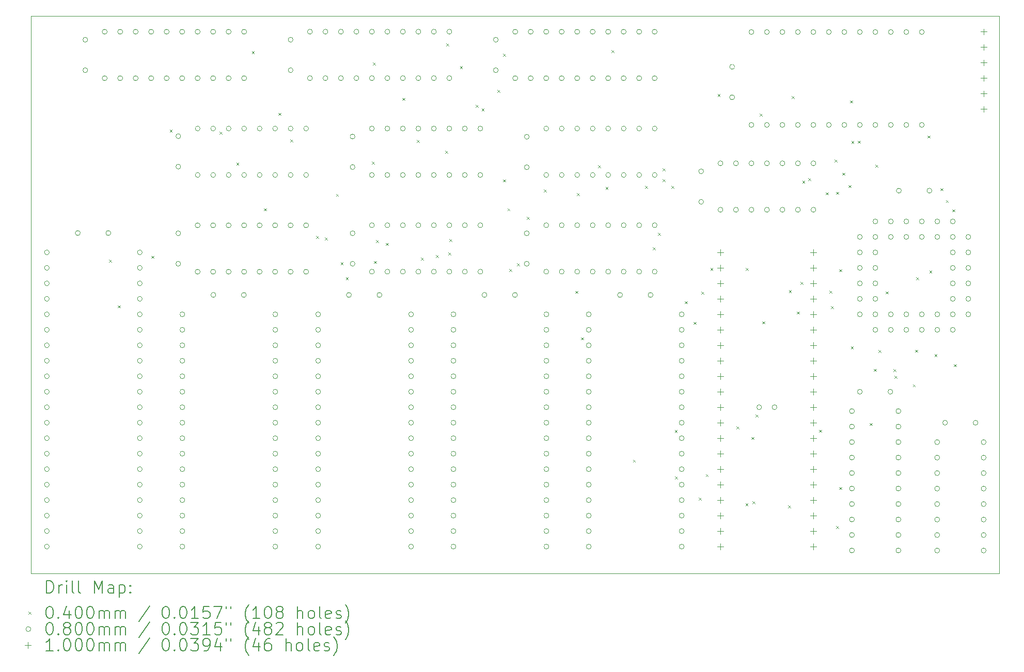
<source format=gbr>
%TF.GenerationSoftware,KiCad,Pcbnew,7.0.7*%
%TF.CreationDate,2024-06-12T19:49:13-05:00*%
%TF.ProjectId,Nabu_MEGAMAPPER,4e616275-5f4d-4454-9741-4d4150504552,rev?*%
%TF.SameCoordinates,Original*%
%TF.FileFunction,Drillmap*%
%TF.FilePolarity,Positive*%
%FSLAX45Y45*%
G04 Gerber Fmt 4.5, Leading zero omitted, Abs format (unit mm)*
G04 Created by KiCad (PCBNEW 7.0.7) date 2024-06-12 19:49:13*
%MOMM*%
%LPD*%
G01*
G04 APERTURE LIST*
%ADD10C,0.100000*%
%ADD11C,0.200000*%
%ADD12C,0.040000*%
%ADD13C,0.080000*%
G04 APERTURE END LIST*
D10*
X6985000Y-5905500D02*
X22860000Y-5905500D01*
X22860000Y-15049500D01*
X6985000Y-15049500D01*
X6985000Y-5905500D01*
D11*
D12*
X8265000Y-9898630D02*
X8305000Y-9938630D01*
X8305000Y-9898630D02*
X8265000Y-9938630D01*
X8403900Y-10648000D02*
X8443900Y-10688000D01*
X8443900Y-10648000D02*
X8403900Y-10688000D01*
X8957050Y-9834770D02*
X8997050Y-9874770D01*
X8997050Y-9834770D02*
X8957050Y-9874770D01*
X9258480Y-7767190D02*
X9298480Y-7807190D01*
X9298480Y-7767190D02*
X9258480Y-7807190D01*
X10076500Y-7800040D02*
X10116500Y-7840040D01*
X10116500Y-7800040D02*
X10076500Y-7840040D01*
X10350110Y-8306690D02*
X10390110Y-8346690D01*
X10390110Y-8306690D02*
X10350110Y-8346690D01*
X10603150Y-6478050D02*
X10643150Y-6518050D01*
X10643150Y-6478050D02*
X10603150Y-6518050D01*
X10804900Y-9056480D02*
X10844900Y-9096480D01*
X10844900Y-9056480D02*
X10804900Y-9096480D01*
X11040900Y-7489560D02*
X11080900Y-7529560D01*
X11080900Y-7489560D02*
X11040900Y-7529560D01*
X11234310Y-7925200D02*
X11274310Y-7965200D01*
X11274310Y-7925200D02*
X11234310Y-7965200D01*
X11654990Y-9509240D02*
X11694990Y-9549240D01*
X11694990Y-9509240D02*
X11654990Y-9549240D01*
X11801550Y-9533290D02*
X11841550Y-9573290D01*
X11841550Y-9533290D02*
X11801550Y-9573290D01*
X11984490Y-8820670D02*
X12024490Y-8860670D01*
X12024490Y-8820670D02*
X11984490Y-8860670D01*
X12059210Y-9938640D02*
X12099210Y-9978640D01*
X12099210Y-9938640D02*
X12059210Y-9978640D01*
X12145800Y-10188040D02*
X12185800Y-10228040D01*
X12185800Y-10188040D02*
X12145800Y-10228040D01*
X12569870Y-8291430D02*
X12609870Y-8331430D01*
X12609870Y-8291430D02*
X12569870Y-8331430D01*
X12588740Y-6665390D02*
X12628740Y-6705390D01*
X12628740Y-6665390D02*
X12588740Y-6705390D01*
X12605610Y-9920890D02*
X12645610Y-9960890D01*
X12645610Y-9920890D02*
X12605610Y-9960890D01*
X12639100Y-9576870D02*
X12679100Y-9616870D01*
X12679100Y-9576870D02*
X12639100Y-9616870D01*
X12800670Y-9624920D02*
X12840670Y-9664920D01*
X12840670Y-9624920D02*
X12800670Y-9664920D01*
X13073870Y-7244620D02*
X13113870Y-7284620D01*
X13113870Y-7244620D02*
X13073870Y-7284620D01*
X13307680Y-7932730D02*
X13347680Y-7972730D01*
X13347680Y-7932730D02*
X13307680Y-7972730D01*
X13374400Y-9862770D02*
X13414400Y-9902770D01*
X13414400Y-9862770D02*
X13374400Y-9902770D01*
X13621330Y-9823220D02*
X13661330Y-9863220D01*
X13661330Y-9823220D02*
X13621330Y-9863220D01*
X13775430Y-8114360D02*
X13815430Y-8154360D01*
X13815430Y-8114360D02*
X13775430Y-8154360D01*
X13789470Y-6353260D02*
X13829470Y-6393260D01*
X13829470Y-6353260D02*
X13789470Y-6393260D01*
X13823000Y-9779700D02*
X13863000Y-9819700D01*
X13863000Y-9779700D02*
X13823000Y-9819700D01*
X13841430Y-9557740D02*
X13881430Y-9597740D01*
X13881430Y-9557740D02*
X13841430Y-9597740D01*
X14016430Y-6721590D02*
X14056430Y-6761590D01*
X14056430Y-6721590D02*
X14016430Y-6761590D01*
X14276350Y-7356200D02*
X14316350Y-7396200D01*
X14316350Y-7356200D02*
X14276350Y-7396200D01*
X14371500Y-7415580D02*
X14411500Y-7455580D01*
X14411500Y-7415580D02*
X14371500Y-7455580D01*
X14632060Y-7115180D02*
X14672060Y-7155180D01*
X14672060Y-7115180D02*
X14632060Y-7155180D01*
X14722280Y-8581880D02*
X14762280Y-8621880D01*
X14762280Y-8581880D02*
X14722280Y-8621880D01*
X14723660Y-6518560D02*
X14763660Y-6558560D01*
X14763660Y-6518560D02*
X14723660Y-6558560D01*
X14795650Y-9056480D02*
X14835650Y-9096480D01*
X14835650Y-9056480D02*
X14795650Y-9096480D01*
X14822710Y-10054270D02*
X14862710Y-10094270D01*
X14862710Y-10054270D02*
X14822710Y-10094270D01*
X14948560Y-9957330D02*
X14988560Y-9997330D01*
X14988560Y-9957330D02*
X14948560Y-9997330D01*
X15115010Y-9193800D02*
X15155010Y-9233800D01*
X15155010Y-9193800D02*
X15115010Y-9233800D01*
X15393690Y-8749250D02*
X15433690Y-8789250D01*
X15433690Y-8749250D02*
X15393690Y-8789250D01*
X15906760Y-10410900D02*
X15946760Y-10450900D01*
X15946760Y-10410900D02*
X15906760Y-10450900D01*
X15932300Y-8804130D02*
X15972300Y-8844130D01*
X15972300Y-8804130D02*
X15932300Y-8844130D01*
X16002040Y-11173570D02*
X16042040Y-11213570D01*
X16042040Y-11173570D02*
X16002040Y-11213570D01*
X16278070Y-8350760D02*
X16318070Y-8390760D01*
X16318070Y-8350760D02*
X16278070Y-8390760D01*
X16403570Y-8704020D02*
X16443570Y-8744020D01*
X16443570Y-8704020D02*
X16403570Y-8744020D01*
X16502350Y-6459990D02*
X16542350Y-6499990D01*
X16542350Y-6459990D02*
X16502350Y-6499990D01*
X16851930Y-13180610D02*
X16891930Y-13220610D01*
X16891930Y-13180610D02*
X16851930Y-13220610D01*
X17051460Y-8686080D02*
X17091460Y-8726080D01*
X17091460Y-8686080D02*
X17051460Y-8726080D01*
X17177340Y-9696940D02*
X17217340Y-9736940D01*
X17217340Y-9696940D02*
X17177340Y-9736940D01*
X17262450Y-9461820D02*
X17302450Y-9501820D01*
X17302450Y-9461820D02*
X17262450Y-9501820D01*
X17337620Y-8403030D02*
X17377620Y-8443030D01*
X17377620Y-8403030D02*
X17337620Y-8443030D01*
X17340870Y-8575700D02*
X17380870Y-8615700D01*
X17380870Y-8575700D02*
X17340870Y-8615700D01*
X17480490Y-8685990D02*
X17520490Y-8725990D01*
X17520490Y-8685990D02*
X17480490Y-8725990D01*
X17538640Y-12694460D02*
X17578640Y-12734460D01*
X17578640Y-12694460D02*
X17538640Y-12734460D01*
X17543830Y-13456460D02*
X17583830Y-13496460D01*
X17583830Y-13456460D02*
X17543830Y-13496460D01*
X17702360Y-10581230D02*
X17742360Y-10621230D01*
X17742360Y-10581230D02*
X17702360Y-10621230D01*
X17848980Y-10919370D02*
X17888980Y-10959370D01*
X17888980Y-10919370D02*
X17848980Y-10959370D01*
X17933990Y-13803030D02*
X17973990Y-13843030D01*
X17973990Y-13803030D02*
X17933990Y-13843030D01*
X17971560Y-10423770D02*
X18011560Y-10463770D01*
X18011560Y-10423770D02*
X17971560Y-10463770D01*
X18046890Y-13416100D02*
X18086890Y-13456100D01*
X18086890Y-13416100D02*
X18046890Y-13456100D01*
X18121300Y-10036920D02*
X18161300Y-10076920D01*
X18161300Y-10036920D02*
X18121300Y-10076920D01*
X18240790Y-7179320D02*
X18280790Y-7219320D01*
X18280790Y-7179320D02*
X18240790Y-7219320D01*
X18548720Y-12633420D02*
X18588720Y-12673420D01*
X18588720Y-12633420D02*
X18548720Y-12673420D01*
X18699150Y-13894710D02*
X18739150Y-13934710D01*
X18739150Y-13894710D02*
X18699150Y-13934710D01*
X18701820Y-10036300D02*
X18741820Y-10076300D01*
X18741820Y-10036300D02*
X18701820Y-10076300D01*
X18795290Y-12808130D02*
X18835290Y-12848130D01*
X18835290Y-12808130D02*
X18795290Y-12848130D01*
X18811490Y-13864130D02*
X18851490Y-13904130D01*
X18851490Y-13864130D02*
X18811490Y-13904130D01*
X18865600Y-12440140D02*
X18905600Y-12480140D01*
X18905600Y-12440140D02*
X18865600Y-12480140D01*
X18928260Y-7505650D02*
X18968260Y-7545650D01*
X18968260Y-7505650D02*
X18928260Y-7545650D01*
X18971550Y-10909720D02*
X19011550Y-10949720D01*
X19011550Y-10909720D02*
X18971550Y-10949720D01*
X19395460Y-13930160D02*
X19435460Y-13970160D01*
X19435460Y-13930160D02*
X19395460Y-13970160D01*
X19409460Y-10399440D02*
X19449460Y-10439440D01*
X19449460Y-10399440D02*
X19409460Y-10439440D01*
X19457270Y-7214810D02*
X19497270Y-7254810D01*
X19497270Y-7214810D02*
X19457270Y-7254810D01*
X19543050Y-10749330D02*
X19583050Y-10789330D01*
X19583050Y-10749330D02*
X19543050Y-10789330D01*
X19598820Y-10262380D02*
X19638820Y-10302380D01*
X19638820Y-10262380D02*
X19598820Y-10302380D01*
X19628410Y-8601010D02*
X19668410Y-8641010D01*
X19668410Y-8601010D02*
X19628410Y-8641010D01*
X19728950Y-8561790D02*
X19768950Y-8601790D01*
X19768950Y-8561790D02*
X19728950Y-8601790D01*
X19905780Y-12689460D02*
X19945780Y-12729460D01*
X19945780Y-12689460D02*
X19905780Y-12729460D01*
X20014360Y-8794230D02*
X20054360Y-8834230D01*
X20054360Y-8794230D02*
X20014360Y-8834230D01*
X20075170Y-10407390D02*
X20115170Y-10447390D01*
X20115170Y-10407390D02*
X20075170Y-10447390D01*
X20096250Y-10659550D02*
X20136250Y-10699550D01*
X20136250Y-10659550D02*
X20096250Y-10699550D01*
X20156760Y-8257340D02*
X20196760Y-8297340D01*
X20196760Y-8257340D02*
X20156760Y-8297340D01*
X20181460Y-14268000D02*
X20221460Y-14308000D01*
X20221460Y-14268000D02*
X20181460Y-14308000D01*
X20185140Y-8785320D02*
X20225140Y-8825320D01*
X20225140Y-8785320D02*
X20185140Y-8825320D01*
X20234320Y-13629100D02*
X20274320Y-13669100D01*
X20274320Y-13629100D02*
X20234320Y-13669100D01*
X20235160Y-10055950D02*
X20275160Y-10095950D01*
X20275160Y-10055950D02*
X20235160Y-10095950D01*
X20287050Y-8471880D02*
X20327050Y-8511880D01*
X20327050Y-8471880D02*
X20287050Y-8511880D01*
X20384880Y-8675430D02*
X20424880Y-8715430D01*
X20424880Y-8675430D02*
X20384880Y-8715430D01*
X20412300Y-7287340D02*
X20452300Y-7327340D01*
X20452300Y-7287340D02*
X20412300Y-7327340D01*
X20425260Y-11322600D02*
X20465260Y-11362600D01*
X20465260Y-11322600D02*
X20425260Y-11362600D01*
X20433070Y-7954210D02*
X20473070Y-7994210D01*
X20473070Y-7954210D02*
X20433070Y-7994210D01*
X20538170Y-7948470D02*
X20578170Y-7988470D01*
X20578170Y-7948470D02*
X20538170Y-7988470D01*
X20733630Y-12579060D02*
X20773630Y-12619060D01*
X20773630Y-12579060D02*
X20733630Y-12619060D01*
X20801740Y-11690110D02*
X20841740Y-11730110D01*
X20841740Y-11690110D02*
X20801740Y-11730110D01*
X20828050Y-8342440D02*
X20868050Y-8382440D01*
X20868050Y-8342440D02*
X20828050Y-8382440D01*
X20876850Y-11382940D02*
X20916850Y-11422940D01*
X20916850Y-11382940D02*
X20876850Y-11422940D01*
X20996070Y-10420360D02*
X21036070Y-10460360D01*
X21036070Y-10420360D02*
X20996070Y-10460360D01*
X21121230Y-11693760D02*
X21161230Y-11733760D01*
X21161230Y-11693760D02*
X21121230Y-11733760D01*
X21142240Y-11806430D02*
X21182240Y-11846430D01*
X21182240Y-11806430D02*
X21142240Y-11846430D01*
X21441840Y-11944870D02*
X21481840Y-11984870D01*
X21481840Y-11944870D02*
X21441840Y-11984870D01*
X21478130Y-11376270D02*
X21518130Y-11416270D01*
X21518130Y-11376270D02*
X21478130Y-11416270D01*
X21493170Y-10187750D02*
X21533170Y-10227750D01*
X21533170Y-10187750D02*
X21493170Y-10227750D01*
X21684330Y-7862790D02*
X21724330Y-7902790D01*
X21724330Y-7862790D02*
X21684330Y-7902790D01*
X21712950Y-10078640D02*
X21752950Y-10118640D01*
X21752950Y-10078640D02*
X21712950Y-10118640D01*
X21797440Y-11448910D02*
X21837440Y-11488910D01*
X21837440Y-11448910D02*
X21797440Y-11488910D01*
X21891870Y-8725470D02*
X21931870Y-8765470D01*
X21931870Y-8725470D02*
X21891870Y-8765470D01*
X21983890Y-8920950D02*
X22023890Y-8960950D01*
X22023890Y-8920950D02*
X21983890Y-8960950D01*
X22086890Y-9074540D02*
X22126890Y-9114540D01*
X22126890Y-9074540D02*
X22086890Y-9114540D01*
X22115380Y-11612720D02*
X22155380Y-11652720D01*
X22155380Y-11612720D02*
X22115380Y-11652720D01*
D13*
X7283000Y-9779000D02*
G75*
G03*
X7283000Y-9779000I-40000J0D01*
G01*
X7283000Y-10033000D02*
G75*
G03*
X7283000Y-10033000I-40000J0D01*
G01*
X7283000Y-10287000D02*
G75*
G03*
X7283000Y-10287000I-40000J0D01*
G01*
X7283000Y-10541000D02*
G75*
G03*
X7283000Y-10541000I-40000J0D01*
G01*
X7283000Y-10795000D02*
G75*
G03*
X7283000Y-10795000I-40000J0D01*
G01*
X7283000Y-11049000D02*
G75*
G03*
X7283000Y-11049000I-40000J0D01*
G01*
X7283000Y-11303000D02*
G75*
G03*
X7283000Y-11303000I-40000J0D01*
G01*
X7283000Y-11557000D02*
G75*
G03*
X7283000Y-11557000I-40000J0D01*
G01*
X7283000Y-11811000D02*
G75*
G03*
X7283000Y-11811000I-40000J0D01*
G01*
X7283000Y-12065000D02*
G75*
G03*
X7283000Y-12065000I-40000J0D01*
G01*
X7283000Y-12319000D02*
G75*
G03*
X7283000Y-12319000I-40000J0D01*
G01*
X7283000Y-12573000D02*
G75*
G03*
X7283000Y-12573000I-40000J0D01*
G01*
X7283000Y-12827000D02*
G75*
G03*
X7283000Y-12827000I-40000J0D01*
G01*
X7283000Y-13081000D02*
G75*
G03*
X7283000Y-13081000I-40000J0D01*
G01*
X7283000Y-13335000D02*
G75*
G03*
X7283000Y-13335000I-40000J0D01*
G01*
X7283000Y-13589000D02*
G75*
G03*
X7283000Y-13589000I-40000J0D01*
G01*
X7283000Y-13843000D02*
G75*
G03*
X7283000Y-13843000I-40000J0D01*
G01*
X7283000Y-14097000D02*
G75*
G03*
X7283000Y-14097000I-40000J0D01*
G01*
X7283000Y-14351000D02*
G75*
G03*
X7283000Y-14351000I-40000J0D01*
G01*
X7283000Y-14605000D02*
G75*
G03*
X7283000Y-14605000I-40000J0D01*
G01*
X7791000Y-9461500D02*
G75*
G03*
X7791000Y-9461500I-40000J0D01*
G01*
X7913500Y-6291500D02*
G75*
G03*
X7913500Y-6291500I-40000J0D01*
G01*
X7913500Y-6791500D02*
G75*
G03*
X7913500Y-6791500I-40000J0D01*
G01*
X8231500Y-6159500D02*
G75*
G03*
X8231500Y-6159500I-40000J0D01*
G01*
X8231500Y-6921500D02*
G75*
G03*
X8231500Y-6921500I-40000J0D01*
G01*
X8291000Y-9461500D02*
G75*
G03*
X8291000Y-9461500I-40000J0D01*
G01*
X8485500Y-6159500D02*
G75*
G03*
X8485500Y-6159500I-40000J0D01*
G01*
X8485500Y-6921500D02*
G75*
G03*
X8485500Y-6921500I-40000J0D01*
G01*
X8739500Y-6159500D02*
G75*
G03*
X8739500Y-6159500I-40000J0D01*
G01*
X8739500Y-6921500D02*
G75*
G03*
X8739500Y-6921500I-40000J0D01*
G01*
X8807000Y-9779000D02*
G75*
G03*
X8807000Y-9779000I-40000J0D01*
G01*
X8807000Y-10033000D02*
G75*
G03*
X8807000Y-10033000I-40000J0D01*
G01*
X8807000Y-10287000D02*
G75*
G03*
X8807000Y-10287000I-40000J0D01*
G01*
X8807000Y-10541000D02*
G75*
G03*
X8807000Y-10541000I-40000J0D01*
G01*
X8807000Y-10795000D02*
G75*
G03*
X8807000Y-10795000I-40000J0D01*
G01*
X8807000Y-11049000D02*
G75*
G03*
X8807000Y-11049000I-40000J0D01*
G01*
X8807000Y-11303000D02*
G75*
G03*
X8807000Y-11303000I-40000J0D01*
G01*
X8807000Y-11557000D02*
G75*
G03*
X8807000Y-11557000I-40000J0D01*
G01*
X8807000Y-11811000D02*
G75*
G03*
X8807000Y-11811000I-40000J0D01*
G01*
X8807000Y-12065000D02*
G75*
G03*
X8807000Y-12065000I-40000J0D01*
G01*
X8807000Y-12319000D02*
G75*
G03*
X8807000Y-12319000I-40000J0D01*
G01*
X8807000Y-12573000D02*
G75*
G03*
X8807000Y-12573000I-40000J0D01*
G01*
X8807000Y-12827000D02*
G75*
G03*
X8807000Y-12827000I-40000J0D01*
G01*
X8807000Y-13081000D02*
G75*
G03*
X8807000Y-13081000I-40000J0D01*
G01*
X8807000Y-13335000D02*
G75*
G03*
X8807000Y-13335000I-40000J0D01*
G01*
X8807000Y-13589000D02*
G75*
G03*
X8807000Y-13589000I-40000J0D01*
G01*
X8807000Y-13843000D02*
G75*
G03*
X8807000Y-13843000I-40000J0D01*
G01*
X8807000Y-14097000D02*
G75*
G03*
X8807000Y-14097000I-40000J0D01*
G01*
X8807000Y-14351000D02*
G75*
G03*
X8807000Y-14351000I-40000J0D01*
G01*
X8807000Y-14605000D02*
G75*
G03*
X8807000Y-14605000I-40000J0D01*
G01*
X8993500Y-6159500D02*
G75*
G03*
X8993500Y-6159500I-40000J0D01*
G01*
X8993500Y-6921500D02*
G75*
G03*
X8993500Y-6921500I-40000J0D01*
G01*
X9247500Y-6159500D02*
G75*
G03*
X9247500Y-6159500I-40000J0D01*
G01*
X9247500Y-6921500D02*
G75*
G03*
X9247500Y-6921500I-40000J0D01*
G01*
X9438000Y-7872500D02*
G75*
G03*
X9438000Y-7872500I-40000J0D01*
G01*
X9438000Y-8372500D02*
G75*
G03*
X9438000Y-8372500I-40000J0D01*
G01*
X9438000Y-9465500D02*
G75*
G03*
X9438000Y-9465500I-40000J0D01*
G01*
X9438000Y-9965500D02*
G75*
G03*
X9438000Y-9965500I-40000J0D01*
G01*
X9501500Y-6159500D02*
G75*
G03*
X9501500Y-6159500I-40000J0D01*
G01*
X9501500Y-6921500D02*
G75*
G03*
X9501500Y-6921500I-40000J0D01*
G01*
X9505000Y-10795000D02*
G75*
G03*
X9505000Y-10795000I-40000J0D01*
G01*
X9505000Y-11049000D02*
G75*
G03*
X9505000Y-11049000I-40000J0D01*
G01*
X9505000Y-11303000D02*
G75*
G03*
X9505000Y-11303000I-40000J0D01*
G01*
X9505000Y-11557000D02*
G75*
G03*
X9505000Y-11557000I-40000J0D01*
G01*
X9505000Y-11811000D02*
G75*
G03*
X9505000Y-11811000I-40000J0D01*
G01*
X9505000Y-12065000D02*
G75*
G03*
X9505000Y-12065000I-40000J0D01*
G01*
X9505000Y-12319000D02*
G75*
G03*
X9505000Y-12319000I-40000J0D01*
G01*
X9505000Y-12573000D02*
G75*
G03*
X9505000Y-12573000I-40000J0D01*
G01*
X9505000Y-12827000D02*
G75*
G03*
X9505000Y-12827000I-40000J0D01*
G01*
X9505000Y-13081000D02*
G75*
G03*
X9505000Y-13081000I-40000J0D01*
G01*
X9505000Y-13335000D02*
G75*
G03*
X9505000Y-13335000I-40000J0D01*
G01*
X9505000Y-13589000D02*
G75*
G03*
X9505000Y-13589000I-40000J0D01*
G01*
X9505000Y-13843000D02*
G75*
G03*
X9505000Y-13843000I-40000J0D01*
G01*
X9505000Y-14097000D02*
G75*
G03*
X9505000Y-14097000I-40000J0D01*
G01*
X9505000Y-14351000D02*
G75*
G03*
X9505000Y-14351000I-40000J0D01*
G01*
X9505000Y-14605000D02*
G75*
G03*
X9505000Y-14605000I-40000J0D01*
G01*
X9755500Y-6159500D02*
G75*
G03*
X9755500Y-6159500I-40000J0D01*
G01*
X9755500Y-6921500D02*
G75*
G03*
X9755500Y-6921500I-40000J0D01*
G01*
X9755500Y-7747000D02*
G75*
G03*
X9755500Y-7747000I-40000J0D01*
G01*
X9755500Y-8509000D02*
G75*
G03*
X9755500Y-8509000I-40000J0D01*
G01*
X9755500Y-9334500D02*
G75*
G03*
X9755500Y-9334500I-40000J0D01*
G01*
X9755500Y-10096500D02*
G75*
G03*
X9755500Y-10096500I-40000J0D01*
G01*
X10009500Y-6159500D02*
G75*
G03*
X10009500Y-6159500I-40000J0D01*
G01*
X10009500Y-6921500D02*
G75*
G03*
X10009500Y-6921500I-40000J0D01*
G01*
X10009500Y-7747000D02*
G75*
G03*
X10009500Y-7747000I-40000J0D01*
G01*
X10009500Y-8509000D02*
G75*
G03*
X10009500Y-8509000I-40000J0D01*
G01*
X10009500Y-9334500D02*
G75*
G03*
X10009500Y-9334500I-40000J0D01*
G01*
X10009500Y-10096500D02*
G75*
G03*
X10009500Y-10096500I-40000J0D01*
G01*
X10013500Y-10477500D02*
G75*
G03*
X10013500Y-10477500I-40000J0D01*
G01*
X10263500Y-6159500D02*
G75*
G03*
X10263500Y-6159500I-40000J0D01*
G01*
X10263500Y-6921500D02*
G75*
G03*
X10263500Y-6921500I-40000J0D01*
G01*
X10263500Y-7747000D02*
G75*
G03*
X10263500Y-7747000I-40000J0D01*
G01*
X10263500Y-8509000D02*
G75*
G03*
X10263500Y-8509000I-40000J0D01*
G01*
X10263500Y-9334500D02*
G75*
G03*
X10263500Y-9334500I-40000J0D01*
G01*
X10263500Y-10096500D02*
G75*
G03*
X10263500Y-10096500I-40000J0D01*
G01*
X10513500Y-10477500D02*
G75*
G03*
X10513500Y-10477500I-40000J0D01*
G01*
X10517500Y-6159500D02*
G75*
G03*
X10517500Y-6159500I-40000J0D01*
G01*
X10517500Y-6921500D02*
G75*
G03*
X10517500Y-6921500I-40000J0D01*
G01*
X10517500Y-7747000D02*
G75*
G03*
X10517500Y-7747000I-40000J0D01*
G01*
X10517500Y-8509000D02*
G75*
G03*
X10517500Y-8509000I-40000J0D01*
G01*
X10517500Y-9334500D02*
G75*
G03*
X10517500Y-9334500I-40000J0D01*
G01*
X10517500Y-10096500D02*
G75*
G03*
X10517500Y-10096500I-40000J0D01*
G01*
X10771500Y-7747000D02*
G75*
G03*
X10771500Y-7747000I-40000J0D01*
G01*
X10771500Y-8509000D02*
G75*
G03*
X10771500Y-8509000I-40000J0D01*
G01*
X10771500Y-9334500D02*
G75*
G03*
X10771500Y-9334500I-40000J0D01*
G01*
X10771500Y-10096500D02*
G75*
G03*
X10771500Y-10096500I-40000J0D01*
G01*
X11025500Y-7747000D02*
G75*
G03*
X11025500Y-7747000I-40000J0D01*
G01*
X11025500Y-8509000D02*
G75*
G03*
X11025500Y-8509000I-40000J0D01*
G01*
X11025500Y-9334500D02*
G75*
G03*
X11025500Y-9334500I-40000J0D01*
G01*
X11025500Y-10096500D02*
G75*
G03*
X11025500Y-10096500I-40000J0D01*
G01*
X11029000Y-10795000D02*
G75*
G03*
X11029000Y-10795000I-40000J0D01*
G01*
X11029000Y-11049000D02*
G75*
G03*
X11029000Y-11049000I-40000J0D01*
G01*
X11029000Y-11303000D02*
G75*
G03*
X11029000Y-11303000I-40000J0D01*
G01*
X11029000Y-11557000D02*
G75*
G03*
X11029000Y-11557000I-40000J0D01*
G01*
X11029000Y-11811000D02*
G75*
G03*
X11029000Y-11811000I-40000J0D01*
G01*
X11029000Y-12065000D02*
G75*
G03*
X11029000Y-12065000I-40000J0D01*
G01*
X11029000Y-12319000D02*
G75*
G03*
X11029000Y-12319000I-40000J0D01*
G01*
X11029000Y-12573000D02*
G75*
G03*
X11029000Y-12573000I-40000J0D01*
G01*
X11029000Y-12827000D02*
G75*
G03*
X11029000Y-12827000I-40000J0D01*
G01*
X11029000Y-13081000D02*
G75*
G03*
X11029000Y-13081000I-40000J0D01*
G01*
X11029000Y-13335000D02*
G75*
G03*
X11029000Y-13335000I-40000J0D01*
G01*
X11029000Y-13589000D02*
G75*
G03*
X11029000Y-13589000I-40000J0D01*
G01*
X11029000Y-13843000D02*
G75*
G03*
X11029000Y-13843000I-40000J0D01*
G01*
X11029000Y-14097000D02*
G75*
G03*
X11029000Y-14097000I-40000J0D01*
G01*
X11029000Y-14351000D02*
G75*
G03*
X11029000Y-14351000I-40000J0D01*
G01*
X11029000Y-14605000D02*
G75*
G03*
X11029000Y-14605000I-40000J0D01*
G01*
X11279500Y-6290500D02*
G75*
G03*
X11279500Y-6290500I-40000J0D01*
G01*
X11279500Y-6790500D02*
G75*
G03*
X11279500Y-6790500I-40000J0D01*
G01*
X11279500Y-7747000D02*
G75*
G03*
X11279500Y-7747000I-40000J0D01*
G01*
X11279500Y-8509000D02*
G75*
G03*
X11279500Y-8509000I-40000J0D01*
G01*
X11279500Y-9334500D02*
G75*
G03*
X11279500Y-9334500I-40000J0D01*
G01*
X11279500Y-10096500D02*
G75*
G03*
X11279500Y-10096500I-40000J0D01*
G01*
X11533500Y-7747000D02*
G75*
G03*
X11533500Y-7747000I-40000J0D01*
G01*
X11533500Y-8509000D02*
G75*
G03*
X11533500Y-8509000I-40000J0D01*
G01*
X11533500Y-9334500D02*
G75*
G03*
X11533500Y-9334500I-40000J0D01*
G01*
X11533500Y-10096500D02*
G75*
G03*
X11533500Y-10096500I-40000J0D01*
G01*
X11597000Y-6159500D02*
G75*
G03*
X11597000Y-6159500I-40000J0D01*
G01*
X11597000Y-6921500D02*
G75*
G03*
X11597000Y-6921500I-40000J0D01*
G01*
X11731500Y-10795000D02*
G75*
G03*
X11731500Y-10795000I-40000J0D01*
G01*
X11731500Y-11049000D02*
G75*
G03*
X11731500Y-11049000I-40000J0D01*
G01*
X11731500Y-11303000D02*
G75*
G03*
X11731500Y-11303000I-40000J0D01*
G01*
X11731500Y-11557000D02*
G75*
G03*
X11731500Y-11557000I-40000J0D01*
G01*
X11731500Y-11811000D02*
G75*
G03*
X11731500Y-11811000I-40000J0D01*
G01*
X11731500Y-12065000D02*
G75*
G03*
X11731500Y-12065000I-40000J0D01*
G01*
X11731500Y-12319000D02*
G75*
G03*
X11731500Y-12319000I-40000J0D01*
G01*
X11731500Y-12573000D02*
G75*
G03*
X11731500Y-12573000I-40000J0D01*
G01*
X11731500Y-12827000D02*
G75*
G03*
X11731500Y-12827000I-40000J0D01*
G01*
X11731500Y-13081000D02*
G75*
G03*
X11731500Y-13081000I-40000J0D01*
G01*
X11731500Y-13335000D02*
G75*
G03*
X11731500Y-13335000I-40000J0D01*
G01*
X11731500Y-13589000D02*
G75*
G03*
X11731500Y-13589000I-40000J0D01*
G01*
X11731500Y-13843000D02*
G75*
G03*
X11731500Y-13843000I-40000J0D01*
G01*
X11731500Y-14097000D02*
G75*
G03*
X11731500Y-14097000I-40000J0D01*
G01*
X11731500Y-14351000D02*
G75*
G03*
X11731500Y-14351000I-40000J0D01*
G01*
X11731500Y-14605000D02*
G75*
G03*
X11731500Y-14605000I-40000J0D01*
G01*
X11851000Y-6159500D02*
G75*
G03*
X11851000Y-6159500I-40000J0D01*
G01*
X11851000Y-6921500D02*
G75*
G03*
X11851000Y-6921500I-40000J0D01*
G01*
X12105000Y-6159500D02*
G75*
G03*
X12105000Y-6159500I-40000J0D01*
G01*
X12105000Y-6921500D02*
G75*
G03*
X12105000Y-6921500I-40000J0D01*
G01*
X12236000Y-10477500D02*
G75*
G03*
X12236000Y-10477500I-40000J0D01*
G01*
X12295500Y-7879000D02*
G75*
G03*
X12295500Y-7879000I-40000J0D01*
G01*
X12295500Y-8379000D02*
G75*
G03*
X12295500Y-8379000I-40000J0D01*
G01*
X12295500Y-9465500D02*
G75*
G03*
X12295500Y-9465500I-40000J0D01*
G01*
X12295500Y-9965500D02*
G75*
G03*
X12295500Y-9965500I-40000J0D01*
G01*
X12359000Y-6159500D02*
G75*
G03*
X12359000Y-6159500I-40000J0D01*
G01*
X12359000Y-6921500D02*
G75*
G03*
X12359000Y-6921500I-40000J0D01*
G01*
X12613000Y-6159500D02*
G75*
G03*
X12613000Y-6159500I-40000J0D01*
G01*
X12613000Y-6921500D02*
G75*
G03*
X12613000Y-6921500I-40000J0D01*
G01*
X12613000Y-7747000D02*
G75*
G03*
X12613000Y-7747000I-40000J0D01*
G01*
X12613000Y-8509000D02*
G75*
G03*
X12613000Y-8509000I-40000J0D01*
G01*
X12613000Y-9333500D02*
G75*
G03*
X12613000Y-9333500I-40000J0D01*
G01*
X12613000Y-10095500D02*
G75*
G03*
X12613000Y-10095500I-40000J0D01*
G01*
X12736000Y-10477500D02*
G75*
G03*
X12736000Y-10477500I-40000J0D01*
G01*
X12867000Y-6159500D02*
G75*
G03*
X12867000Y-6159500I-40000J0D01*
G01*
X12867000Y-6921500D02*
G75*
G03*
X12867000Y-6921500I-40000J0D01*
G01*
X12867000Y-7747000D02*
G75*
G03*
X12867000Y-7747000I-40000J0D01*
G01*
X12867000Y-8509000D02*
G75*
G03*
X12867000Y-8509000I-40000J0D01*
G01*
X12867000Y-9333500D02*
G75*
G03*
X12867000Y-9333500I-40000J0D01*
G01*
X12867000Y-10095500D02*
G75*
G03*
X12867000Y-10095500I-40000J0D01*
G01*
X13121000Y-6159500D02*
G75*
G03*
X13121000Y-6159500I-40000J0D01*
G01*
X13121000Y-6921500D02*
G75*
G03*
X13121000Y-6921500I-40000J0D01*
G01*
X13121000Y-7747000D02*
G75*
G03*
X13121000Y-7747000I-40000J0D01*
G01*
X13121000Y-8509000D02*
G75*
G03*
X13121000Y-8509000I-40000J0D01*
G01*
X13121000Y-9333500D02*
G75*
G03*
X13121000Y-9333500I-40000J0D01*
G01*
X13121000Y-10095500D02*
G75*
G03*
X13121000Y-10095500I-40000J0D01*
G01*
X13255500Y-10795000D02*
G75*
G03*
X13255500Y-10795000I-40000J0D01*
G01*
X13255500Y-11049000D02*
G75*
G03*
X13255500Y-11049000I-40000J0D01*
G01*
X13255500Y-11303000D02*
G75*
G03*
X13255500Y-11303000I-40000J0D01*
G01*
X13255500Y-11557000D02*
G75*
G03*
X13255500Y-11557000I-40000J0D01*
G01*
X13255500Y-11811000D02*
G75*
G03*
X13255500Y-11811000I-40000J0D01*
G01*
X13255500Y-12065000D02*
G75*
G03*
X13255500Y-12065000I-40000J0D01*
G01*
X13255500Y-12319000D02*
G75*
G03*
X13255500Y-12319000I-40000J0D01*
G01*
X13255500Y-12573000D02*
G75*
G03*
X13255500Y-12573000I-40000J0D01*
G01*
X13255500Y-12827000D02*
G75*
G03*
X13255500Y-12827000I-40000J0D01*
G01*
X13255500Y-13081000D02*
G75*
G03*
X13255500Y-13081000I-40000J0D01*
G01*
X13255500Y-13335000D02*
G75*
G03*
X13255500Y-13335000I-40000J0D01*
G01*
X13255500Y-13589000D02*
G75*
G03*
X13255500Y-13589000I-40000J0D01*
G01*
X13255500Y-13843000D02*
G75*
G03*
X13255500Y-13843000I-40000J0D01*
G01*
X13255500Y-14097000D02*
G75*
G03*
X13255500Y-14097000I-40000J0D01*
G01*
X13255500Y-14351000D02*
G75*
G03*
X13255500Y-14351000I-40000J0D01*
G01*
X13255500Y-14605000D02*
G75*
G03*
X13255500Y-14605000I-40000J0D01*
G01*
X13375000Y-6159500D02*
G75*
G03*
X13375000Y-6159500I-40000J0D01*
G01*
X13375000Y-6921500D02*
G75*
G03*
X13375000Y-6921500I-40000J0D01*
G01*
X13375000Y-7747000D02*
G75*
G03*
X13375000Y-7747000I-40000J0D01*
G01*
X13375000Y-8509000D02*
G75*
G03*
X13375000Y-8509000I-40000J0D01*
G01*
X13375000Y-9333500D02*
G75*
G03*
X13375000Y-9333500I-40000J0D01*
G01*
X13375000Y-10095500D02*
G75*
G03*
X13375000Y-10095500I-40000J0D01*
G01*
X13629000Y-6159500D02*
G75*
G03*
X13629000Y-6159500I-40000J0D01*
G01*
X13629000Y-6921500D02*
G75*
G03*
X13629000Y-6921500I-40000J0D01*
G01*
X13629000Y-7747000D02*
G75*
G03*
X13629000Y-7747000I-40000J0D01*
G01*
X13629000Y-8509000D02*
G75*
G03*
X13629000Y-8509000I-40000J0D01*
G01*
X13629000Y-9333500D02*
G75*
G03*
X13629000Y-9333500I-40000J0D01*
G01*
X13629000Y-10095500D02*
G75*
G03*
X13629000Y-10095500I-40000J0D01*
G01*
X13883000Y-6159500D02*
G75*
G03*
X13883000Y-6159500I-40000J0D01*
G01*
X13883000Y-6921500D02*
G75*
G03*
X13883000Y-6921500I-40000J0D01*
G01*
X13883000Y-7747000D02*
G75*
G03*
X13883000Y-7747000I-40000J0D01*
G01*
X13883000Y-8509000D02*
G75*
G03*
X13883000Y-8509000I-40000J0D01*
G01*
X13883000Y-9333500D02*
G75*
G03*
X13883000Y-9333500I-40000J0D01*
G01*
X13883000Y-10095500D02*
G75*
G03*
X13883000Y-10095500I-40000J0D01*
G01*
X13950000Y-10795000D02*
G75*
G03*
X13950000Y-10795000I-40000J0D01*
G01*
X13950000Y-11049000D02*
G75*
G03*
X13950000Y-11049000I-40000J0D01*
G01*
X13950000Y-11303000D02*
G75*
G03*
X13950000Y-11303000I-40000J0D01*
G01*
X13950000Y-11557000D02*
G75*
G03*
X13950000Y-11557000I-40000J0D01*
G01*
X13950000Y-11811000D02*
G75*
G03*
X13950000Y-11811000I-40000J0D01*
G01*
X13950000Y-12065000D02*
G75*
G03*
X13950000Y-12065000I-40000J0D01*
G01*
X13950000Y-12319000D02*
G75*
G03*
X13950000Y-12319000I-40000J0D01*
G01*
X13950000Y-12573000D02*
G75*
G03*
X13950000Y-12573000I-40000J0D01*
G01*
X13950000Y-12827000D02*
G75*
G03*
X13950000Y-12827000I-40000J0D01*
G01*
X13950000Y-13081000D02*
G75*
G03*
X13950000Y-13081000I-40000J0D01*
G01*
X13950000Y-13335000D02*
G75*
G03*
X13950000Y-13335000I-40000J0D01*
G01*
X13950000Y-13589000D02*
G75*
G03*
X13950000Y-13589000I-40000J0D01*
G01*
X13950000Y-13843000D02*
G75*
G03*
X13950000Y-13843000I-40000J0D01*
G01*
X13950000Y-14097000D02*
G75*
G03*
X13950000Y-14097000I-40000J0D01*
G01*
X13950000Y-14351000D02*
G75*
G03*
X13950000Y-14351000I-40000J0D01*
G01*
X13950000Y-14605000D02*
G75*
G03*
X13950000Y-14605000I-40000J0D01*
G01*
X14137000Y-7747000D02*
G75*
G03*
X14137000Y-7747000I-40000J0D01*
G01*
X14137000Y-8509000D02*
G75*
G03*
X14137000Y-8509000I-40000J0D01*
G01*
X14137000Y-9333500D02*
G75*
G03*
X14137000Y-9333500I-40000J0D01*
G01*
X14137000Y-10095500D02*
G75*
G03*
X14137000Y-10095500I-40000J0D01*
G01*
X14391000Y-7747000D02*
G75*
G03*
X14391000Y-7747000I-40000J0D01*
G01*
X14391000Y-8509000D02*
G75*
G03*
X14391000Y-8509000I-40000J0D01*
G01*
X14391000Y-9333500D02*
G75*
G03*
X14391000Y-9333500I-40000J0D01*
G01*
X14391000Y-10095500D02*
G75*
G03*
X14391000Y-10095500I-40000J0D01*
G01*
X14458500Y-10477500D02*
G75*
G03*
X14458500Y-10477500I-40000J0D01*
G01*
X14645000Y-6290500D02*
G75*
G03*
X14645000Y-6290500I-40000J0D01*
G01*
X14645000Y-6790500D02*
G75*
G03*
X14645000Y-6790500I-40000J0D01*
G01*
X14958500Y-10477500D02*
G75*
G03*
X14958500Y-10477500I-40000J0D01*
G01*
X14962500Y-6159500D02*
G75*
G03*
X14962500Y-6159500I-40000J0D01*
G01*
X14962500Y-6921500D02*
G75*
G03*
X14962500Y-6921500I-40000J0D01*
G01*
X15151500Y-9465500D02*
G75*
G03*
X15151500Y-9465500I-40000J0D01*
G01*
X15151500Y-9965500D02*
G75*
G03*
X15151500Y-9965500I-40000J0D01*
G01*
X15153000Y-7882000D02*
G75*
G03*
X15153000Y-7882000I-40000J0D01*
G01*
X15153000Y-8382000D02*
G75*
G03*
X15153000Y-8382000I-40000J0D01*
G01*
X15216500Y-6159500D02*
G75*
G03*
X15216500Y-6159500I-40000J0D01*
G01*
X15216500Y-6921500D02*
G75*
G03*
X15216500Y-6921500I-40000J0D01*
G01*
X15470500Y-6159500D02*
G75*
G03*
X15470500Y-6159500I-40000J0D01*
G01*
X15470500Y-6921500D02*
G75*
G03*
X15470500Y-6921500I-40000J0D01*
G01*
X15470500Y-7747000D02*
G75*
G03*
X15470500Y-7747000I-40000J0D01*
G01*
X15470500Y-8509000D02*
G75*
G03*
X15470500Y-8509000I-40000J0D01*
G01*
X15470500Y-9333500D02*
G75*
G03*
X15470500Y-9333500I-40000J0D01*
G01*
X15470500Y-10095500D02*
G75*
G03*
X15470500Y-10095500I-40000J0D01*
G01*
X15474000Y-10795000D02*
G75*
G03*
X15474000Y-10795000I-40000J0D01*
G01*
X15474000Y-11049000D02*
G75*
G03*
X15474000Y-11049000I-40000J0D01*
G01*
X15474000Y-11303000D02*
G75*
G03*
X15474000Y-11303000I-40000J0D01*
G01*
X15474000Y-11557000D02*
G75*
G03*
X15474000Y-11557000I-40000J0D01*
G01*
X15474000Y-11811000D02*
G75*
G03*
X15474000Y-11811000I-40000J0D01*
G01*
X15474000Y-12065000D02*
G75*
G03*
X15474000Y-12065000I-40000J0D01*
G01*
X15474000Y-12319000D02*
G75*
G03*
X15474000Y-12319000I-40000J0D01*
G01*
X15474000Y-12573000D02*
G75*
G03*
X15474000Y-12573000I-40000J0D01*
G01*
X15474000Y-12827000D02*
G75*
G03*
X15474000Y-12827000I-40000J0D01*
G01*
X15474000Y-13081000D02*
G75*
G03*
X15474000Y-13081000I-40000J0D01*
G01*
X15474000Y-13335000D02*
G75*
G03*
X15474000Y-13335000I-40000J0D01*
G01*
X15474000Y-13589000D02*
G75*
G03*
X15474000Y-13589000I-40000J0D01*
G01*
X15474000Y-13843000D02*
G75*
G03*
X15474000Y-13843000I-40000J0D01*
G01*
X15474000Y-14097000D02*
G75*
G03*
X15474000Y-14097000I-40000J0D01*
G01*
X15474000Y-14351000D02*
G75*
G03*
X15474000Y-14351000I-40000J0D01*
G01*
X15474000Y-14605000D02*
G75*
G03*
X15474000Y-14605000I-40000J0D01*
G01*
X15724500Y-6159500D02*
G75*
G03*
X15724500Y-6159500I-40000J0D01*
G01*
X15724500Y-6921500D02*
G75*
G03*
X15724500Y-6921500I-40000J0D01*
G01*
X15724500Y-7747000D02*
G75*
G03*
X15724500Y-7747000I-40000J0D01*
G01*
X15724500Y-8509000D02*
G75*
G03*
X15724500Y-8509000I-40000J0D01*
G01*
X15724500Y-9333500D02*
G75*
G03*
X15724500Y-9333500I-40000J0D01*
G01*
X15724500Y-10095500D02*
G75*
G03*
X15724500Y-10095500I-40000J0D01*
G01*
X15978500Y-6159500D02*
G75*
G03*
X15978500Y-6159500I-40000J0D01*
G01*
X15978500Y-6921500D02*
G75*
G03*
X15978500Y-6921500I-40000J0D01*
G01*
X15978500Y-7747000D02*
G75*
G03*
X15978500Y-7747000I-40000J0D01*
G01*
X15978500Y-8509000D02*
G75*
G03*
X15978500Y-8509000I-40000J0D01*
G01*
X15978500Y-9333500D02*
G75*
G03*
X15978500Y-9333500I-40000J0D01*
G01*
X15978500Y-10095500D02*
G75*
G03*
X15978500Y-10095500I-40000J0D01*
G01*
X16168500Y-10795000D02*
G75*
G03*
X16168500Y-10795000I-40000J0D01*
G01*
X16168500Y-11049000D02*
G75*
G03*
X16168500Y-11049000I-40000J0D01*
G01*
X16168500Y-11303000D02*
G75*
G03*
X16168500Y-11303000I-40000J0D01*
G01*
X16168500Y-11557000D02*
G75*
G03*
X16168500Y-11557000I-40000J0D01*
G01*
X16168500Y-11811000D02*
G75*
G03*
X16168500Y-11811000I-40000J0D01*
G01*
X16168500Y-12065000D02*
G75*
G03*
X16168500Y-12065000I-40000J0D01*
G01*
X16168500Y-12319000D02*
G75*
G03*
X16168500Y-12319000I-40000J0D01*
G01*
X16168500Y-12573000D02*
G75*
G03*
X16168500Y-12573000I-40000J0D01*
G01*
X16168500Y-12827000D02*
G75*
G03*
X16168500Y-12827000I-40000J0D01*
G01*
X16168500Y-13081000D02*
G75*
G03*
X16168500Y-13081000I-40000J0D01*
G01*
X16168500Y-13335000D02*
G75*
G03*
X16168500Y-13335000I-40000J0D01*
G01*
X16168500Y-13589000D02*
G75*
G03*
X16168500Y-13589000I-40000J0D01*
G01*
X16168500Y-13843000D02*
G75*
G03*
X16168500Y-13843000I-40000J0D01*
G01*
X16168500Y-14097000D02*
G75*
G03*
X16168500Y-14097000I-40000J0D01*
G01*
X16168500Y-14351000D02*
G75*
G03*
X16168500Y-14351000I-40000J0D01*
G01*
X16168500Y-14605000D02*
G75*
G03*
X16168500Y-14605000I-40000J0D01*
G01*
X16232500Y-6159500D02*
G75*
G03*
X16232500Y-6159500I-40000J0D01*
G01*
X16232500Y-6921500D02*
G75*
G03*
X16232500Y-6921500I-40000J0D01*
G01*
X16232500Y-7747000D02*
G75*
G03*
X16232500Y-7747000I-40000J0D01*
G01*
X16232500Y-8509000D02*
G75*
G03*
X16232500Y-8509000I-40000J0D01*
G01*
X16232500Y-9333500D02*
G75*
G03*
X16232500Y-9333500I-40000J0D01*
G01*
X16232500Y-10095500D02*
G75*
G03*
X16232500Y-10095500I-40000J0D01*
G01*
X16486500Y-6159500D02*
G75*
G03*
X16486500Y-6159500I-40000J0D01*
G01*
X16486500Y-6921500D02*
G75*
G03*
X16486500Y-6921500I-40000J0D01*
G01*
X16486500Y-7747000D02*
G75*
G03*
X16486500Y-7747000I-40000J0D01*
G01*
X16486500Y-8509000D02*
G75*
G03*
X16486500Y-8509000I-40000J0D01*
G01*
X16486500Y-9333500D02*
G75*
G03*
X16486500Y-9333500I-40000J0D01*
G01*
X16486500Y-10095500D02*
G75*
G03*
X16486500Y-10095500I-40000J0D01*
G01*
X16681000Y-10477500D02*
G75*
G03*
X16681000Y-10477500I-40000J0D01*
G01*
X16740500Y-6159500D02*
G75*
G03*
X16740500Y-6159500I-40000J0D01*
G01*
X16740500Y-6921500D02*
G75*
G03*
X16740500Y-6921500I-40000J0D01*
G01*
X16740500Y-7747000D02*
G75*
G03*
X16740500Y-7747000I-40000J0D01*
G01*
X16740500Y-8509000D02*
G75*
G03*
X16740500Y-8509000I-40000J0D01*
G01*
X16740500Y-9333500D02*
G75*
G03*
X16740500Y-9333500I-40000J0D01*
G01*
X16740500Y-10095500D02*
G75*
G03*
X16740500Y-10095500I-40000J0D01*
G01*
X16994500Y-6159500D02*
G75*
G03*
X16994500Y-6159500I-40000J0D01*
G01*
X16994500Y-6921500D02*
G75*
G03*
X16994500Y-6921500I-40000J0D01*
G01*
X16994500Y-7747000D02*
G75*
G03*
X16994500Y-7747000I-40000J0D01*
G01*
X16994500Y-8509000D02*
G75*
G03*
X16994500Y-8509000I-40000J0D01*
G01*
X16994500Y-9333500D02*
G75*
G03*
X16994500Y-9333500I-40000J0D01*
G01*
X16994500Y-10095500D02*
G75*
G03*
X16994500Y-10095500I-40000J0D01*
G01*
X17181000Y-10477500D02*
G75*
G03*
X17181000Y-10477500I-40000J0D01*
G01*
X17248500Y-6159500D02*
G75*
G03*
X17248500Y-6159500I-40000J0D01*
G01*
X17248500Y-6921500D02*
G75*
G03*
X17248500Y-6921500I-40000J0D01*
G01*
X17248500Y-7747000D02*
G75*
G03*
X17248500Y-7747000I-40000J0D01*
G01*
X17248500Y-8509000D02*
G75*
G03*
X17248500Y-8509000I-40000J0D01*
G01*
X17248500Y-9333500D02*
G75*
G03*
X17248500Y-9333500I-40000J0D01*
G01*
X17248500Y-10095500D02*
G75*
G03*
X17248500Y-10095500I-40000J0D01*
G01*
X17692500Y-10795000D02*
G75*
G03*
X17692500Y-10795000I-40000J0D01*
G01*
X17692500Y-11049000D02*
G75*
G03*
X17692500Y-11049000I-40000J0D01*
G01*
X17692500Y-11303000D02*
G75*
G03*
X17692500Y-11303000I-40000J0D01*
G01*
X17692500Y-11557000D02*
G75*
G03*
X17692500Y-11557000I-40000J0D01*
G01*
X17692500Y-11811000D02*
G75*
G03*
X17692500Y-11811000I-40000J0D01*
G01*
X17692500Y-12065000D02*
G75*
G03*
X17692500Y-12065000I-40000J0D01*
G01*
X17692500Y-12319000D02*
G75*
G03*
X17692500Y-12319000I-40000J0D01*
G01*
X17692500Y-12573000D02*
G75*
G03*
X17692500Y-12573000I-40000J0D01*
G01*
X17692500Y-12827000D02*
G75*
G03*
X17692500Y-12827000I-40000J0D01*
G01*
X17692500Y-13081000D02*
G75*
G03*
X17692500Y-13081000I-40000J0D01*
G01*
X17692500Y-13335000D02*
G75*
G03*
X17692500Y-13335000I-40000J0D01*
G01*
X17692500Y-13589000D02*
G75*
G03*
X17692500Y-13589000I-40000J0D01*
G01*
X17692500Y-13843000D02*
G75*
G03*
X17692500Y-13843000I-40000J0D01*
G01*
X17692500Y-14097000D02*
G75*
G03*
X17692500Y-14097000I-40000J0D01*
G01*
X17692500Y-14351000D02*
G75*
G03*
X17692500Y-14351000I-40000J0D01*
G01*
X17692500Y-14605000D02*
G75*
G03*
X17692500Y-14605000I-40000J0D01*
G01*
X18010500Y-8449500D02*
G75*
G03*
X18010500Y-8449500I-40000J0D01*
G01*
X18010500Y-8949500D02*
G75*
G03*
X18010500Y-8949500I-40000J0D01*
G01*
X18328000Y-8318500D02*
G75*
G03*
X18328000Y-8318500I-40000J0D01*
G01*
X18328000Y-9080500D02*
G75*
G03*
X18328000Y-9080500I-40000J0D01*
G01*
X18518500Y-6735000D02*
G75*
G03*
X18518500Y-6735000I-40000J0D01*
G01*
X18518500Y-7235000D02*
G75*
G03*
X18518500Y-7235000I-40000J0D01*
G01*
X18582000Y-8318500D02*
G75*
G03*
X18582000Y-8318500I-40000J0D01*
G01*
X18582000Y-9080500D02*
G75*
G03*
X18582000Y-9080500I-40000J0D01*
G01*
X18835500Y-6163500D02*
G75*
G03*
X18835500Y-6163500I-40000J0D01*
G01*
X18835500Y-7687500D02*
G75*
G03*
X18835500Y-7687500I-40000J0D01*
G01*
X18836000Y-8318500D02*
G75*
G03*
X18836000Y-8318500I-40000J0D01*
G01*
X18836000Y-9080500D02*
G75*
G03*
X18836000Y-9080500I-40000J0D01*
G01*
X18963000Y-12319000D02*
G75*
G03*
X18963000Y-12319000I-40000J0D01*
G01*
X19089500Y-6163500D02*
G75*
G03*
X19089500Y-6163500I-40000J0D01*
G01*
X19089500Y-7687500D02*
G75*
G03*
X19089500Y-7687500I-40000J0D01*
G01*
X19090000Y-8318500D02*
G75*
G03*
X19090000Y-8318500I-40000J0D01*
G01*
X19090000Y-9080500D02*
G75*
G03*
X19090000Y-9080500I-40000J0D01*
G01*
X19213000Y-12319000D02*
G75*
G03*
X19213000Y-12319000I-40000J0D01*
G01*
X19343500Y-6163500D02*
G75*
G03*
X19343500Y-6163500I-40000J0D01*
G01*
X19343500Y-7687500D02*
G75*
G03*
X19343500Y-7687500I-40000J0D01*
G01*
X19344000Y-8318500D02*
G75*
G03*
X19344000Y-8318500I-40000J0D01*
G01*
X19344000Y-9080500D02*
G75*
G03*
X19344000Y-9080500I-40000J0D01*
G01*
X19597500Y-6163500D02*
G75*
G03*
X19597500Y-6163500I-40000J0D01*
G01*
X19597500Y-7687500D02*
G75*
G03*
X19597500Y-7687500I-40000J0D01*
G01*
X19598000Y-8318500D02*
G75*
G03*
X19598000Y-8318500I-40000J0D01*
G01*
X19598000Y-9080500D02*
G75*
G03*
X19598000Y-9080500I-40000J0D01*
G01*
X19851500Y-6163500D02*
G75*
G03*
X19851500Y-6163500I-40000J0D01*
G01*
X19851500Y-7687500D02*
G75*
G03*
X19851500Y-7687500I-40000J0D01*
G01*
X19852000Y-8318500D02*
G75*
G03*
X19852000Y-8318500I-40000J0D01*
G01*
X19852000Y-9080500D02*
G75*
G03*
X19852000Y-9080500I-40000J0D01*
G01*
X20105500Y-6163500D02*
G75*
G03*
X20105500Y-6163500I-40000J0D01*
G01*
X20105500Y-7687500D02*
G75*
G03*
X20105500Y-7687500I-40000J0D01*
G01*
X20359500Y-6163500D02*
G75*
G03*
X20359500Y-6163500I-40000J0D01*
G01*
X20359500Y-7687500D02*
G75*
G03*
X20359500Y-7687500I-40000J0D01*
G01*
X20483000Y-12382500D02*
G75*
G03*
X20483000Y-12382500I-40000J0D01*
G01*
X20483000Y-12636500D02*
G75*
G03*
X20483000Y-12636500I-40000J0D01*
G01*
X20483000Y-12890500D02*
G75*
G03*
X20483000Y-12890500I-40000J0D01*
G01*
X20483000Y-13144500D02*
G75*
G03*
X20483000Y-13144500I-40000J0D01*
G01*
X20483000Y-13398500D02*
G75*
G03*
X20483000Y-13398500I-40000J0D01*
G01*
X20483000Y-13652500D02*
G75*
G03*
X20483000Y-13652500I-40000J0D01*
G01*
X20483000Y-13906500D02*
G75*
G03*
X20483000Y-13906500I-40000J0D01*
G01*
X20483000Y-14160500D02*
G75*
G03*
X20483000Y-14160500I-40000J0D01*
G01*
X20483000Y-14414500D02*
G75*
G03*
X20483000Y-14414500I-40000J0D01*
G01*
X20483000Y-14668500D02*
G75*
G03*
X20483000Y-14668500I-40000J0D01*
G01*
X20613500Y-6163500D02*
G75*
G03*
X20613500Y-6163500I-40000J0D01*
G01*
X20613500Y-7687500D02*
G75*
G03*
X20613500Y-7687500I-40000J0D01*
G01*
X20614000Y-9525000D02*
G75*
G03*
X20614000Y-9525000I-40000J0D01*
G01*
X20614000Y-9779000D02*
G75*
G03*
X20614000Y-9779000I-40000J0D01*
G01*
X20614000Y-10033000D02*
G75*
G03*
X20614000Y-10033000I-40000J0D01*
G01*
X20614000Y-10287000D02*
G75*
G03*
X20614000Y-10287000I-40000J0D01*
G01*
X20614000Y-10541000D02*
G75*
G03*
X20614000Y-10541000I-40000J0D01*
G01*
X20614000Y-10795000D02*
G75*
G03*
X20614000Y-10795000I-40000J0D01*
G01*
X20614000Y-12065000D02*
G75*
G03*
X20614000Y-12065000I-40000J0D01*
G01*
X20867500Y-6163500D02*
G75*
G03*
X20867500Y-6163500I-40000J0D01*
G01*
X20867500Y-7687500D02*
G75*
G03*
X20867500Y-7687500I-40000J0D01*
G01*
X20868000Y-9271000D02*
G75*
G03*
X20868000Y-9271000I-40000J0D01*
G01*
X20868000Y-9525000D02*
G75*
G03*
X20868000Y-9525000I-40000J0D01*
G01*
X20868000Y-9779000D02*
G75*
G03*
X20868000Y-9779000I-40000J0D01*
G01*
X20868000Y-10033000D02*
G75*
G03*
X20868000Y-10033000I-40000J0D01*
G01*
X20868000Y-10287000D02*
G75*
G03*
X20868000Y-10287000I-40000J0D01*
G01*
X20868000Y-10541000D02*
G75*
G03*
X20868000Y-10541000I-40000J0D01*
G01*
X20868000Y-10795000D02*
G75*
G03*
X20868000Y-10795000I-40000J0D01*
G01*
X20868000Y-11049000D02*
G75*
G03*
X20868000Y-11049000I-40000J0D01*
G01*
X21114000Y-12065000D02*
G75*
G03*
X21114000Y-12065000I-40000J0D01*
G01*
X21121500Y-6163500D02*
G75*
G03*
X21121500Y-6163500I-40000J0D01*
G01*
X21121500Y-7687500D02*
G75*
G03*
X21121500Y-7687500I-40000J0D01*
G01*
X21122000Y-9271000D02*
G75*
G03*
X21122000Y-9271000I-40000J0D01*
G01*
X21122000Y-9525000D02*
G75*
G03*
X21122000Y-9525000I-40000J0D01*
G01*
X21122000Y-10795000D02*
G75*
G03*
X21122000Y-10795000I-40000J0D01*
G01*
X21122000Y-11049000D02*
G75*
G03*
X21122000Y-11049000I-40000J0D01*
G01*
X21245000Y-12382500D02*
G75*
G03*
X21245000Y-12382500I-40000J0D01*
G01*
X21245000Y-12636500D02*
G75*
G03*
X21245000Y-12636500I-40000J0D01*
G01*
X21245000Y-12890500D02*
G75*
G03*
X21245000Y-12890500I-40000J0D01*
G01*
X21245000Y-13144500D02*
G75*
G03*
X21245000Y-13144500I-40000J0D01*
G01*
X21245000Y-13398500D02*
G75*
G03*
X21245000Y-13398500I-40000J0D01*
G01*
X21245000Y-13652500D02*
G75*
G03*
X21245000Y-13652500I-40000J0D01*
G01*
X21245000Y-13906500D02*
G75*
G03*
X21245000Y-13906500I-40000J0D01*
G01*
X21245000Y-14160500D02*
G75*
G03*
X21245000Y-14160500I-40000J0D01*
G01*
X21245000Y-14414500D02*
G75*
G03*
X21245000Y-14414500I-40000J0D01*
G01*
X21245000Y-14668500D02*
G75*
G03*
X21245000Y-14668500I-40000J0D01*
G01*
X21253000Y-8767000D02*
G75*
G03*
X21253000Y-8767000I-40000J0D01*
G01*
X21375500Y-6163500D02*
G75*
G03*
X21375500Y-6163500I-40000J0D01*
G01*
X21375500Y-7687500D02*
G75*
G03*
X21375500Y-7687500I-40000J0D01*
G01*
X21376000Y-9271000D02*
G75*
G03*
X21376000Y-9271000I-40000J0D01*
G01*
X21376000Y-9525000D02*
G75*
G03*
X21376000Y-9525000I-40000J0D01*
G01*
X21376000Y-10795000D02*
G75*
G03*
X21376000Y-10795000I-40000J0D01*
G01*
X21376000Y-11049000D02*
G75*
G03*
X21376000Y-11049000I-40000J0D01*
G01*
X21629500Y-6163500D02*
G75*
G03*
X21629500Y-6163500I-40000J0D01*
G01*
X21629500Y-7687500D02*
G75*
G03*
X21629500Y-7687500I-40000J0D01*
G01*
X21630000Y-9271000D02*
G75*
G03*
X21630000Y-9271000I-40000J0D01*
G01*
X21630000Y-9525000D02*
G75*
G03*
X21630000Y-9525000I-40000J0D01*
G01*
X21630000Y-10795000D02*
G75*
G03*
X21630000Y-10795000I-40000J0D01*
G01*
X21630000Y-11049000D02*
G75*
G03*
X21630000Y-11049000I-40000J0D01*
G01*
X21753000Y-8767000D02*
G75*
G03*
X21753000Y-8767000I-40000J0D01*
G01*
X21881000Y-12891000D02*
G75*
G03*
X21881000Y-12891000I-40000J0D01*
G01*
X21881000Y-13145000D02*
G75*
G03*
X21881000Y-13145000I-40000J0D01*
G01*
X21881000Y-13399000D02*
G75*
G03*
X21881000Y-13399000I-40000J0D01*
G01*
X21881000Y-13653000D02*
G75*
G03*
X21881000Y-13653000I-40000J0D01*
G01*
X21881000Y-13907000D02*
G75*
G03*
X21881000Y-13907000I-40000J0D01*
G01*
X21881000Y-14161000D02*
G75*
G03*
X21881000Y-14161000I-40000J0D01*
G01*
X21881000Y-14415000D02*
G75*
G03*
X21881000Y-14415000I-40000J0D01*
G01*
X21881000Y-14669000D02*
G75*
G03*
X21881000Y-14669000I-40000J0D01*
G01*
X21884000Y-9271000D02*
G75*
G03*
X21884000Y-9271000I-40000J0D01*
G01*
X21884000Y-9525000D02*
G75*
G03*
X21884000Y-9525000I-40000J0D01*
G01*
X21884000Y-10795000D02*
G75*
G03*
X21884000Y-10795000I-40000J0D01*
G01*
X21884000Y-11049000D02*
G75*
G03*
X21884000Y-11049000I-40000J0D01*
G01*
X22011000Y-12573500D02*
G75*
G03*
X22011000Y-12573500I-40000J0D01*
G01*
X22138000Y-9271000D02*
G75*
G03*
X22138000Y-9271000I-40000J0D01*
G01*
X22138000Y-9525000D02*
G75*
G03*
X22138000Y-9525000I-40000J0D01*
G01*
X22138000Y-9779000D02*
G75*
G03*
X22138000Y-9779000I-40000J0D01*
G01*
X22138000Y-10033000D02*
G75*
G03*
X22138000Y-10033000I-40000J0D01*
G01*
X22138000Y-10287000D02*
G75*
G03*
X22138000Y-10287000I-40000J0D01*
G01*
X22138000Y-10541000D02*
G75*
G03*
X22138000Y-10541000I-40000J0D01*
G01*
X22138000Y-10795000D02*
G75*
G03*
X22138000Y-10795000I-40000J0D01*
G01*
X22138000Y-11049000D02*
G75*
G03*
X22138000Y-11049000I-40000J0D01*
G01*
X22392000Y-9525000D02*
G75*
G03*
X22392000Y-9525000I-40000J0D01*
G01*
X22392000Y-9779000D02*
G75*
G03*
X22392000Y-9779000I-40000J0D01*
G01*
X22392000Y-10033000D02*
G75*
G03*
X22392000Y-10033000I-40000J0D01*
G01*
X22392000Y-10287000D02*
G75*
G03*
X22392000Y-10287000I-40000J0D01*
G01*
X22392000Y-10541000D02*
G75*
G03*
X22392000Y-10541000I-40000J0D01*
G01*
X22392000Y-10795000D02*
G75*
G03*
X22392000Y-10795000I-40000J0D01*
G01*
X22511000Y-12573500D02*
G75*
G03*
X22511000Y-12573500I-40000J0D01*
G01*
X22643000Y-12891000D02*
G75*
G03*
X22643000Y-12891000I-40000J0D01*
G01*
X22643000Y-13145000D02*
G75*
G03*
X22643000Y-13145000I-40000J0D01*
G01*
X22643000Y-13399000D02*
G75*
G03*
X22643000Y-13399000I-40000J0D01*
G01*
X22643000Y-13653000D02*
G75*
G03*
X22643000Y-13653000I-40000J0D01*
G01*
X22643000Y-13907000D02*
G75*
G03*
X22643000Y-13907000I-40000J0D01*
G01*
X22643000Y-14161000D02*
G75*
G03*
X22643000Y-14161000I-40000J0D01*
G01*
X22643000Y-14415000D02*
G75*
G03*
X22643000Y-14415000I-40000J0D01*
G01*
X22643000Y-14669000D02*
G75*
G03*
X22643000Y-14669000I-40000J0D01*
G01*
D10*
X18288000Y-9729000D02*
X18288000Y-9829000D01*
X18238000Y-9779000D02*
X18338000Y-9779000D01*
X18288000Y-9983000D02*
X18288000Y-10083000D01*
X18238000Y-10033000D02*
X18338000Y-10033000D01*
X18288000Y-10237000D02*
X18288000Y-10337000D01*
X18238000Y-10287000D02*
X18338000Y-10287000D01*
X18288000Y-10491000D02*
X18288000Y-10591000D01*
X18238000Y-10541000D02*
X18338000Y-10541000D01*
X18288000Y-10745000D02*
X18288000Y-10845000D01*
X18238000Y-10795000D02*
X18338000Y-10795000D01*
X18288000Y-10999000D02*
X18288000Y-11099000D01*
X18238000Y-11049000D02*
X18338000Y-11049000D01*
X18288000Y-11253000D02*
X18288000Y-11353000D01*
X18238000Y-11303000D02*
X18338000Y-11303000D01*
X18288000Y-11507000D02*
X18288000Y-11607000D01*
X18238000Y-11557000D02*
X18338000Y-11557000D01*
X18288000Y-11761000D02*
X18288000Y-11861000D01*
X18238000Y-11811000D02*
X18338000Y-11811000D01*
X18288000Y-12015000D02*
X18288000Y-12115000D01*
X18238000Y-12065000D02*
X18338000Y-12065000D01*
X18288000Y-12269000D02*
X18288000Y-12369000D01*
X18238000Y-12319000D02*
X18338000Y-12319000D01*
X18288000Y-12523000D02*
X18288000Y-12623000D01*
X18238000Y-12573000D02*
X18338000Y-12573000D01*
X18288000Y-12777000D02*
X18288000Y-12877000D01*
X18238000Y-12827000D02*
X18338000Y-12827000D01*
X18288000Y-13031000D02*
X18288000Y-13131000D01*
X18238000Y-13081000D02*
X18338000Y-13081000D01*
X18288000Y-13285000D02*
X18288000Y-13385000D01*
X18238000Y-13335000D02*
X18338000Y-13335000D01*
X18288000Y-13539000D02*
X18288000Y-13639000D01*
X18238000Y-13589000D02*
X18338000Y-13589000D01*
X18288000Y-13793000D02*
X18288000Y-13893000D01*
X18238000Y-13843000D02*
X18338000Y-13843000D01*
X18288000Y-14047000D02*
X18288000Y-14147000D01*
X18238000Y-14097000D02*
X18338000Y-14097000D01*
X18288000Y-14301000D02*
X18288000Y-14401000D01*
X18238000Y-14351000D02*
X18338000Y-14351000D01*
X18288000Y-14555000D02*
X18288000Y-14655000D01*
X18238000Y-14605000D02*
X18338000Y-14605000D01*
X19812000Y-9729000D02*
X19812000Y-9829000D01*
X19762000Y-9779000D02*
X19862000Y-9779000D01*
X19812000Y-9983000D02*
X19812000Y-10083000D01*
X19762000Y-10033000D02*
X19862000Y-10033000D01*
X19812000Y-10237000D02*
X19812000Y-10337000D01*
X19762000Y-10287000D02*
X19862000Y-10287000D01*
X19812000Y-10491000D02*
X19812000Y-10591000D01*
X19762000Y-10541000D02*
X19862000Y-10541000D01*
X19812000Y-10745000D02*
X19812000Y-10845000D01*
X19762000Y-10795000D02*
X19862000Y-10795000D01*
X19812000Y-10999000D02*
X19812000Y-11099000D01*
X19762000Y-11049000D02*
X19862000Y-11049000D01*
X19812000Y-11253000D02*
X19812000Y-11353000D01*
X19762000Y-11303000D02*
X19862000Y-11303000D01*
X19812000Y-11507000D02*
X19812000Y-11607000D01*
X19762000Y-11557000D02*
X19862000Y-11557000D01*
X19812000Y-11761000D02*
X19812000Y-11861000D01*
X19762000Y-11811000D02*
X19862000Y-11811000D01*
X19812000Y-12015000D02*
X19812000Y-12115000D01*
X19762000Y-12065000D02*
X19862000Y-12065000D01*
X19812000Y-12269000D02*
X19812000Y-12369000D01*
X19762000Y-12319000D02*
X19862000Y-12319000D01*
X19812000Y-12523000D02*
X19812000Y-12623000D01*
X19762000Y-12573000D02*
X19862000Y-12573000D01*
X19812000Y-12777000D02*
X19812000Y-12877000D01*
X19762000Y-12827000D02*
X19862000Y-12827000D01*
X19812000Y-13031000D02*
X19812000Y-13131000D01*
X19762000Y-13081000D02*
X19862000Y-13081000D01*
X19812000Y-13285000D02*
X19812000Y-13385000D01*
X19762000Y-13335000D02*
X19862000Y-13335000D01*
X19812000Y-13539000D02*
X19812000Y-13639000D01*
X19762000Y-13589000D02*
X19862000Y-13589000D01*
X19812000Y-13793000D02*
X19812000Y-13893000D01*
X19762000Y-13843000D02*
X19862000Y-13843000D01*
X19812000Y-14047000D02*
X19812000Y-14147000D01*
X19762000Y-14097000D02*
X19862000Y-14097000D01*
X19812000Y-14301000D02*
X19812000Y-14401000D01*
X19762000Y-14351000D02*
X19862000Y-14351000D01*
X19812000Y-14555000D02*
X19812000Y-14655000D01*
X19762000Y-14605000D02*
X19862000Y-14605000D01*
X22606000Y-6109500D02*
X22606000Y-6209500D01*
X22556000Y-6159500D02*
X22656000Y-6159500D01*
X22606000Y-6363500D02*
X22606000Y-6463500D01*
X22556000Y-6413500D02*
X22656000Y-6413500D01*
X22606000Y-6617500D02*
X22606000Y-6717500D01*
X22556000Y-6667500D02*
X22656000Y-6667500D01*
X22606000Y-6871500D02*
X22606000Y-6971500D01*
X22556000Y-6921500D02*
X22656000Y-6921500D01*
X22606000Y-7125500D02*
X22606000Y-7225500D01*
X22556000Y-7175500D02*
X22656000Y-7175500D01*
X22606000Y-7379500D02*
X22606000Y-7479500D01*
X22556000Y-7429500D02*
X22656000Y-7429500D01*
D11*
X7240777Y-15365984D02*
X7240777Y-15165984D01*
X7240777Y-15165984D02*
X7288396Y-15165984D01*
X7288396Y-15165984D02*
X7316967Y-15175508D01*
X7316967Y-15175508D02*
X7336015Y-15194555D01*
X7336015Y-15194555D02*
X7345539Y-15213603D01*
X7345539Y-15213603D02*
X7355062Y-15251698D01*
X7355062Y-15251698D02*
X7355062Y-15280269D01*
X7355062Y-15280269D02*
X7345539Y-15318365D01*
X7345539Y-15318365D02*
X7336015Y-15337412D01*
X7336015Y-15337412D02*
X7316967Y-15356460D01*
X7316967Y-15356460D02*
X7288396Y-15365984D01*
X7288396Y-15365984D02*
X7240777Y-15365984D01*
X7440777Y-15365984D02*
X7440777Y-15232650D01*
X7440777Y-15270746D02*
X7450301Y-15251698D01*
X7450301Y-15251698D02*
X7459824Y-15242174D01*
X7459824Y-15242174D02*
X7478872Y-15232650D01*
X7478872Y-15232650D02*
X7497920Y-15232650D01*
X7564586Y-15365984D02*
X7564586Y-15232650D01*
X7564586Y-15165984D02*
X7555062Y-15175508D01*
X7555062Y-15175508D02*
X7564586Y-15185031D01*
X7564586Y-15185031D02*
X7574110Y-15175508D01*
X7574110Y-15175508D02*
X7564586Y-15165984D01*
X7564586Y-15165984D02*
X7564586Y-15185031D01*
X7688396Y-15365984D02*
X7669348Y-15356460D01*
X7669348Y-15356460D02*
X7659824Y-15337412D01*
X7659824Y-15337412D02*
X7659824Y-15165984D01*
X7793158Y-15365984D02*
X7774110Y-15356460D01*
X7774110Y-15356460D02*
X7764586Y-15337412D01*
X7764586Y-15337412D02*
X7764586Y-15165984D01*
X8021729Y-15365984D02*
X8021729Y-15165984D01*
X8021729Y-15165984D02*
X8088396Y-15308841D01*
X8088396Y-15308841D02*
X8155062Y-15165984D01*
X8155062Y-15165984D02*
X8155062Y-15365984D01*
X8336015Y-15365984D02*
X8336015Y-15261222D01*
X8336015Y-15261222D02*
X8326491Y-15242174D01*
X8326491Y-15242174D02*
X8307443Y-15232650D01*
X8307443Y-15232650D02*
X8269348Y-15232650D01*
X8269348Y-15232650D02*
X8250301Y-15242174D01*
X8336015Y-15356460D02*
X8316967Y-15365984D01*
X8316967Y-15365984D02*
X8269348Y-15365984D01*
X8269348Y-15365984D02*
X8250301Y-15356460D01*
X8250301Y-15356460D02*
X8240777Y-15337412D01*
X8240777Y-15337412D02*
X8240777Y-15318365D01*
X8240777Y-15318365D02*
X8250301Y-15299317D01*
X8250301Y-15299317D02*
X8269348Y-15289793D01*
X8269348Y-15289793D02*
X8316967Y-15289793D01*
X8316967Y-15289793D02*
X8336015Y-15280269D01*
X8431253Y-15232650D02*
X8431253Y-15432650D01*
X8431253Y-15242174D02*
X8450301Y-15232650D01*
X8450301Y-15232650D02*
X8488396Y-15232650D01*
X8488396Y-15232650D02*
X8507444Y-15242174D01*
X8507444Y-15242174D02*
X8516967Y-15251698D01*
X8516967Y-15251698D02*
X8526491Y-15270746D01*
X8526491Y-15270746D02*
X8526491Y-15327888D01*
X8526491Y-15327888D02*
X8516967Y-15346936D01*
X8516967Y-15346936D02*
X8507444Y-15356460D01*
X8507444Y-15356460D02*
X8488396Y-15365984D01*
X8488396Y-15365984D02*
X8450301Y-15365984D01*
X8450301Y-15365984D02*
X8431253Y-15356460D01*
X8612205Y-15346936D02*
X8621729Y-15356460D01*
X8621729Y-15356460D02*
X8612205Y-15365984D01*
X8612205Y-15365984D02*
X8602682Y-15356460D01*
X8602682Y-15356460D02*
X8612205Y-15346936D01*
X8612205Y-15346936D02*
X8612205Y-15365984D01*
X8612205Y-15242174D02*
X8621729Y-15251698D01*
X8621729Y-15251698D02*
X8612205Y-15261222D01*
X8612205Y-15261222D02*
X8602682Y-15251698D01*
X8602682Y-15251698D02*
X8612205Y-15242174D01*
X8612205Y-15242174D02*
X8612205Y-15261222D01*
D12*
X6940000Y-15674500D02*
X6980000Y-15714500D01*
X6980000Y-15674500D02*
X6940000Y-15714500D01*
D11*
X7278872Y-15585984D02*
X7297920Y-15585984D01*
X7297920Y-15585984D02*
X7316967Y-15595508D01*
X7316967Y-15595508D02*
X7326491Y-15605031D01*
X7326491Y-15605031D02*
X7336015Y-15624079D01*
X7336015Y-15624079D02*
X7345539Y-15662174D01*
X7345539Y-15662174D02*
X7345539Y-15709793D01*
X7345539Y-15709793D02*
X7336015Y-15747888D01*
X7336015Y-15747888D02*
X7326491Y-15766936D01*
X7326491Y-15766936D02*
X7316967Y-15776460D01*
X7316967Y-15776460D02*
X7297920Y-15785984D01*
X7297920Y-15785984D02*
X7278872Y-15785984D01*
X7278872Y-15785984D02*
X7259824Y-15776460D01*
X7259824Y-15776460D02*
X7250301Y-15766936D01*
X7250301Y-15766936D02*
X7240777Y-15747888D01*
X7240777Y-15747888D02*
X7231253Y-15709793D01*
X7231253Y-15709793D02*
X7231253Y-15662174D01*
X7231253Y-15662174D02*
X7240777Y-15624079D01*
X7240777Y-15624079D02*
X7250301Y-15605031D01*
X7250301Y-15605031D02*
X7259824Y-15595508D01*
X7259824Y-15595508D02*
X7278872Y-15585984D01*
X7431253Y-15766936D02*
X7440777Y-15776460D01*
X7440777Y-15776460D02*
X7431253Y-15785984D01*
X7431253Y-15785984D02*
X7421729Y-15776460D01*
X7421729Y-15776460D02*
X7431253Y-15766936D01*
X7431253Y-15766936D02*
X7431253Y-15785984D01*
X7612205Y-15652650D02*
X7612205Y-15785984D01*
X7564586Y-15576460D02*
X7516967Y-15719317D01*
X7516967Y-15719317D02*
X7640777Y-15719317D01*
X7755062Y-15585984D02*
X7774110Y-15585984D01*
X7774110Y-15585984D02*
X7793158Y-15595508D01*
X7793158Y-15595508D02*
X7802682Y-15605031D01*
X7802682Y-15605031D02*
X7812205Y-15624079D01*
X7812205Y-15624079D02*
X7821729Y-15662174D01*
X7821729Y-15662174D02*
X7821729Y-15709793D01*
X7821729Y-15709793D02*
X7812205Y-15747888D01*
X7812205Y-15747888D02*
X7802682Y-15766936D01*
X7802682Y-15766936D02*
X7793158Y-15776460D01*
X7793158Y-15776460D02*
X7774110Y-15785984D01*
X7774110Y-15785984D02*
X7755062Y-15785984D01*
X7755062Y-15785984D02*
X7736015Y-15776460D01*
X7736015Y-15776460D02*
X7726491Y-15766936D01*
X7726491Y-15766936D02*
X7716967Y-15747888D01*
X7716967Y-15747888D02*
X7707443Y-15709793D01*
X7707443Y-15709793D02*
X7707443Y-15662174D01*
X7707443Y-15662174D02*
X7716967Y-15624079D01*
X7716967Y-15624079D02*
X7726491Y-15605031D01*
X7726491Y-15605031D02*
X7736015Y-15595508D01*
X7736015Y-15595508D02*
X7755062Y-15585984D01*
X7945539Y-15585984D02*
X7964586Y-15585984D01*
X7964586Y-15585984D02*
X7983634Y-15595508D01*
X7983634Y-15595508D02*
X7993158Y-15605031D01*
X7993158Y-15605031D02*
X8002682Y-15624079D01*
X8002682Y-15624079D02*
X8012205Y-15662174D01*
X8012205Y-15662174D02*
X8012205Y-15709793D01*
X8012205Y-15709793D02*
X8002682Y-15747888D01*
X8002682Y-15747888D02*
X7993158Y-15766936D01*
X7993158Y-15766936D02*
X7983634Y-15776460D01*
X7983634Y-15776460D02*
X7964586Y-15785984D01*
X7964586Y-15785984D02*
X7945539Y-15785984D01*
X7945539Y-15785984D02*
X7926491Y-15776460D01*
X7926491Y-15776460D02*
X7916967Y-15766936D01*
X7916967Y-15766936D02*
X7907443Y-15747888D01*
X7907443Y-15747888D02*
X7897920Y-15709793D01*
X7897920Y-15709793D02*
X7897920Y-15662174D01*
X7897920Y-15662174D02*
X7907443Y-15624079D01*
X7907443Y-15624079D02*
X7916967Y-15605031D01*
X7916967Y-15605031D02*
X7926491Y-15595508D01*
X7926491Y-15595508D02*
X7945539Y-15585984D01*
X8097920Y-15785984D02*
X8097920Y-15652650D01*
X8097920Y-15671698D02*
X8107443Y-15662174D01*
X8107443Y-15662174D02*
X8126491Y-15652650D01*
X8126491Y-15652650D02*
X8155063Y-15652650D01*
X8155063Y-15652650D02*
X8174110Y-15662174D01*
X8174110Y-15662174D02*
X8183634Y-15681222D01*
X8183634Y-15681222D02*
X8183634Y-15785984D01*
X8183634Y-15681222D02*
X8193158Y-15662174D01*
X8193158Y-15662174D02*
X8212205Y-15652650D01*
X8212205Y-15652650D02*
X8240777Y-15652650D01*
X8240777Y-15652650D02*
X8259824Y-15662174D01*
X8259824Y-15662174D02*
X8269348Y-15681222D01*
X8269348Y-15681222D02*
X8269348Y-15785984D01*
X8364586Y-15785984D02*
X8364586Y-15652650D01*
X8364586Y-15671698D02*
X8374110Y-15662174D01*
X8374110Y-15662174D02*
X8393158Y-15652650D01*
X8393158Y-15652650D02*
X8421729Y-15652650D01*
X8421729Y-15652650D02*
X8440777Y-15662174D01*
X8440777Y-15662174D02*
X8450301Y-15681222D01*
X8450301Y-15681222D02*
X8450301Y-15785984D01*
X8450301Y-15681222D02*
X8459825Y-15662174D01*
X8459825Y-15662174D02*
X8478872Y-15652650D01*
X8478872Y-15652650D02*
X8507444Y-15652650D01*
X8507444Y-15652650D02*
X8526491Y-15662174D01*
X8526491Y-15662174D02*
X8536015Y-15681222D01*
X8536015Y-15681222D02*
X8536015Y-15785984D01*
X8926491Y-15576460D02*
X8755063Y-15833603D01*
X9183634Y-15585984D02*
X9202682Y-15585984D01*
X9202682Y-15585984D02*
X9221729Y-15595508D01*
X9221729Y-15595508D02*
X9231253Y-15605031D01*
X9231253Y-15605031D02*
X9240777Y-15624079D01*
X9240777Y-15624079D02*
X9250301Y-15662174D01*
X9250301Y-15662174D02*
X9250301Y-15709793D01*
X9250301Y-15709793D02*
X9240777Y-15747888D01*
X9240777Y-15747888D02*
X9231253Y-15766936D01*
X9231253Y-15766936D02*
X9221729Y-15776460D01*
X9221729Y-15776460D02*
X9202682Y-15785984D01*
X9202682Y-15785984D02*
X9183634Y-15785984D01*
X9183634Y-15785984D02*
X9164587Y-15776460D01*
X9164587Y-15776460D02*
X9155063Y-15766936D01*
X9155063Y-15766936D02*
X9145539Y-15747888D01*
X9145539Y-15747888D02*
X9136015Y-15709793D01*
X9136015Y-15709793D02*
X9136015Y-15662174D01*
X9136015Y-15662174D02*
X9145539Y-15624079D01*
X9145539Y-15624079D02*
X9155063Y-15605031D01*
X9155063Y-15605031D02*
X9164587Y-15595508D01*
X9164587Y-15595508D02*
X9183634Y-15585984D01*
X9336015Y-15766936D02*
X9345539Y-15776460D01*
X9345539Y-15776460D02*
X9336015Y-15785984D01*
X9336015Y-15785984D02*
X9326491Y-15776460D01*
X9326491Y-15776460D02*
X9336015Y-15766936D01*
X9336015Y-15766936D02*
X9336015Y-15785984D01*
X9469348Y-15585984D02*
X9488396Y-15585984D01*
X9488396Y-15585984D02*
X9507444Y-15595508D01*
X9507444Y-15595508D02*
X9516968Y-15605031D01*
X9516968Y-15605031D02*
X9526491Y-15624079D01*
X9526491Y-15624079D02*
X9536015Y-15662174D01*
X9536015Y-15662174D02*
X9536015Y-15709793D01*
X9536015Y-15709793D02*
X9526491Y-15747888D01*
X9526491Y-15747888D02*
X9516968Y-15766936D01*
X9516968Y-15766936D02*
X9507444Y-15776460D01*
X9507444Y-15776460D02*
X9488396Y-15785984D01*
X9488396Y-15785984D02*
X9469348Y-15785984D01*
X9469348Y-15785984D02*
X9450301Y-15776460D01*
X9450301Y-15776460D02*
X9440777Y-15766936D01*
X9440777Y-15766936D02*
X9431253Y-15747888D01*
X9431253Y-15747888D02*
X9421729Y-15709793D01*
X9421729Y-15709793D02*
X9421729Y-15662174D01*
X9421729Y-15662174D02*
X9431253Y-15624079D01*
X9431253Y-15624079D02*
X9440777Y-15605031D01*
X9440777Y-15605031D02*
X9450301Y-15595508D01*
X9450301Y-15595508D02*
X9469348Y-15585984D01*
X9726491Y-15785984D02*
X9612206Y-15785984D01*
X9669348Y-15785984D02*
X9669348Y-15585984D01*
X9669348Y-15585984D02*
X9650301Y-15614555D01*
X9650301Y-15614555D02*
X9631253Y-15633603D01*
X9631253Y-15633603D02*
X9612206Y-15643127D01*
X9907444Y-15585984D02*
X9812206Y-15585984D01*
X9812206Y-15585984D02*
X9802682Y-15681222D01*
X9802682Y-15681222D02*
X9812206Y-15671698D01*
X9812206Y-15671698D02*
X9831253Y-15662174D01*
X9831253Y-15662174D02*
X9878872Y-15662174D01*
X9878872Y-15662174D02*
X9897920Y-15671698D01*
X9897920Y-15671698D02*
X9907444Y-15681222D01*
X9907444Y-15681222D02*
X9916968Y-15700269D01*
X9916968Y-15700269D02*
X9916968Y-15747888D01*
X9916968Y-15747888D02*
X9907444Y-15766936D01*
X9907444Y-15766936D02*
X9897920Y-15776460D01*
X9897920Y-15776460D02*
X9878872Y-15785984D01*
X9878872Y-15785984D02*
X9831253Y-15785984D01*
X9831253Y-15785984D02*
X9812206Y-15776460D01*
X9812206Y-15776460D02*
X9802682Y-15766936D01*
X9983634Y-15585984D02*
X10116968Y-15585984D01*
X10116968Y-15585984D02*
X10031253Y-15785984D01*
X10183634Y-15585984D02*
X10183634Y-15624079D01*
X10259825Y-15585984D02*
X10259825Y-15624079D01*
X10555063Y-15862174D02*
X10545539Y-15852650D01*
X10545539Y-15852650D02*
X10526491Y-15824079D01*
X10526491Y-15824079D02*
X10516968Y-15805031D01*
X10516968Y-15805031D02*
X10507444Y-15776460D01*
X10507444Y-15776460D02*
X10497920Y-15728841D01*
X10497920Y-15728841D02*
X10497920Y-15690746D01*
X10497920Y-15690746D02*
X10507444Y-15643127D01*
X10507444Y-15643127D02*
X10516968Y-15614555D01*
X10516968Y-15614555D02*
X10526491Y-15595508D01*
X10526491Y-15595508D02*
X10545539Y-15566936D01*
X10545539Y-15566936D02*
X10555063Y-15557412D01*
X10736015Y-15785984D02*
X10621730Y-15785984D01*
X10678872Y-15785984D02*
X10678872Y-15585984D01*
X10678872Y-15585984D02*
X10659825Y-15614555D01*
X10659825Y-15614555D02*
X10640777Y-15633603D01*
X10640777Y-15633603D02*
X10621730Y-15643127D01*
X10859825Y-15585984D02*
X10878872Y-15585984D01*
X10878872Y-15585984D02*
X10897920Y-15595508D01*
X10897920Y-15595508D02*
X10907444Y-15605031D01*
X10907444Y-15605031D02*
X10916968Y-15624079D01*
X10916968Y-15624079D02*
X10926491Y-15662174D01*
X10926491Y-15662174D02*
X10926491Y-15709793D01*
X10926491Y-15709793D02*
X10916968Y-15747888D01*
X10916968Y-15747888D02*
X10907444Y-15766936D01*
X10907444Y-15766936D02*
X10897920Y-15776460D01*
X10897920Y-15776460D02*
X10878872Y-15785984D01*
X10878872Y-15785984D02*
X10859825Y-15785984D01*
X10859825Y-15785984D02*
X10840777Y-15776460D01*
X10840777Y-15776460D02*
X10831253Y-15766936D01*
X10831253Y-15766936D02*
X10821730Y-15747888D01*
X10821730Y-15747888D02*
X10812206Y-15709793D01*
X10812206Y-15709793D02*
X10812206Y-15662174D01*
X10812206Y-15662174D02*
X10821730Y-15624079D01*
X10821730Y-15624079D02*
X10831253Y-15605031D01*
X10831253Y-15605031D02*
X10840777Y-15595508D01*
X10840777Y-15595508D02*
X10859825Y-15585984D01*
X11040777Y-15671698D02*
X11021730Y-15662174D01*
X11021730Y-15662174D02*
X11012206Y-15652650D01*
X11012206Y-15652650D02*
X11002682Y-15633603D01*
X11002682Y-15633603D02*
X11002682Y-15624079D01*
X11002682Y-15624079D02*
X11012206Y-15605031D01*
X11012206Y-15605031D02*
X11021730Y-15595508D01*
X11021730Y-15595508D02*
X11040777Y-15585984D01*
X11040777Y-15585984D02*
X11078872Y-15585984D01*
X11078872Y-15585984D02*
X11097920Y-15595508D01*
X11097920Y-15595508D02*
X11107444Y-15605031D01*
X11107444Y-15605031D02*
X11116968Y-15624079D01*
X11116968Y-15624079D02*
X11116968Y-15633603D01*
X11116968Y-15633603D02*
X11107444Y-15652650D01*
X11107444Y-15652650D02*
X11097920Y-15662174D01*
X11097920Y-15662174D02*
X11078872Y-15671698D01*
X11078872Y-15671698D02*
X11040777Y-15671698D01*
X11040777Y-15671698D02*
X11021730Y-15681222D01*
X11021730Y-15681222D02*
X11012206Y-15690746D01*
X11012206Y-15690746D02*
X11002682Y-15709793D01*
X11002682Y-15709793D02*
X11002682Y-15747888D01*
X11002682Y-15747888D02*
X11012206Y-15766936D01*
X11012206Y-15766936D02*
X11021730Y-15776460D01*
X11021730Y-15776460D02*
X11040777Y-15785984D01*
X11040777Y-15785984D02*
X11078872Y-15785984D01*
X11078872Y-15785984D02*
X11097920Y-15776460D01*
X11097920Y-15776460D02*
X11107444Y-15766936D01*
X11107444Y-15766936D02*
X11116968Y-15747888D01*
X11116968Y-15747888D02*
X11116968Y-15709793D01*
X11116968Y-15709793D02*
X11107444Y-15690746D01*
X11107444Y-15690746D02*
X11097920Y-15681222D01*
X11097920Y-15681222D02*
X11078872Y-15671698D01*
X11355063Y-15785984D02*
X11355063Y-15585984D01*
X11440777Y-15785984D02*
X11440777Y-15681222D01*
X11440777Y-15681222D02*
X11431253Y-15662174D01*
X11431253Y-15662174D02*
X11412206Y-15652650D01*
X11412206Y-15652650D02*
X11383634Y-15652650D01*
X11383634Y-15652650D02*
X11364587Y-15662174D01*
X11364587Y-15662174D02*
X11355063Y-15671698D01*
X11564587Y-15785984D02*
X11545539Y-15776460D01*
X11545539Y-15776460D02*
X11536015Y-15766936D01*
X11536015Y-15766936D02*
X11526491Y-15747888D01*
X11526491Y-15747888D02*
X11526491Y-15690746D01*
X11526491Y-15690746D02*
X11536015Y-15671698D01*
X11536015Y-15671698D02*
X11545539Y-15662174D01*
X11545539Y-15662174D02*
X11564587Y-15652650D01*
X11564587Y-15652650D02*
X11593158Y-15652650D01*
X11593158Y-15652650D02*
X11612206Y-15662174D01*
X11612206Y-15662174D02*
X11621730Y-15671698D01*
X11621730Y-15671698D02*
X11631253Y-15690746D01*
X11631253Y-15690746D02*
X11631253Y-15747888D01*
X11631253Y-15747888D02*
X11621730Y-15766936D01*
X11621730Y-15766936D02*
X11612206Y-15776460D01*
X11612206Y-15776460D02*
X11593158Y-15785984D01*
X11593158Y-15785984D02*
X11564587Y-15785984D01*
X11745539Y-15785984D02*
X11726491Y-15776460D01*
X11726491Y-15776460D02*
X11716968Y-15757412D01*
X11716968Y-15757412D02*
X11716968Y-15585984D01*
X11897920Y-15776460D02*
X11878872Y-15785984D01*
X11878872Y-15785984D02*
X11840777Y-15785984D01*
X11840777Y-15785984D02*
X11821730Y-15776460D01*
X11821730Y-15776460D02*
X11812206Y-15757412D01*
X11812206Y-15757412D02*
X11812206Y-15681222D01*
X11812206Y-15681222D02*
X11821730Y-15662174D01*
X11821730Y-15662174D02*
X11840777Y-15652650D01*
X11840777Y-15652650D02*
X11878872Y-15652650D01*
X11878872Y-15652650D02*
X11897920Y-15662174D01*
X11897920Y-15662174D02*
X11907444Y-15681222D01*
X11907444Y-15681222D02*
X11907444Y-15700269D01*
X11907444Y-15700269D02*
X11812206Y-15719317D01*
X11983634Y-15776460D02*
X12002682Y-15785984D01*
X12002682Y-15785984D02*
X12040777Y-15785984D01*
X12040777Y-15785984D02*
X12059825Y-15776460D01*
X12059825Y-15776460D02*
X12069349Y-15757412D01*
X12069349Y-15757412D02*
X12069349Y-15747888D01*
X12069349Y-15747888D02*
X12059825Y-15728841D01*
X12059825Y-15728841D02*
X12040777Y-15719317D01*
X12040777Y-15719317D02*
X12012206Y-15719317D01*
X12012206Y-15719317D02*
X11993158Y-15709793D01*
X11993158Y-15709793D02*
X11983634Y-15690746D01*
X11983634Y-15690746D02*
X11983634Y-15681222D01*
X11983634Y-15681222D02*
X11993158Y-15662174D01*
X11993158Y-15662174D02*
X12012206Y-15652650D01*
X12012206Y-15652650D02*
X12040777Y-15652650D01*
X12040777Y-15652650D02*
X12059825Y-15662174D01*
X12136015Y-15862174D02*
X12145539Y-15852650D01*
X12145539Y-15852650D02*
X12164587Y-15824079D01*
X12164587Y-15824079D02*
X12174111Y-15805031D01*
X12174111Y-15805031D02*
X12183634Y-15776460D01*
X12183634Y-15776460D02*
X12193158Y-15728841D01*
X12193158Y-15728841D02*
X12193158Y-15690746D01*
X12193158Y-15690746D02*
X12183634Y-15643127D01*
X12183634Y-15643127D02*
X12174111Y-15614555D01*
X12174111Y-15614555D02*
X12164587Y-15595508D01*
X12164587Y-15595508D02*
X12145539Y-15566936D01*
X12145539Y-15566936D02*
X12136015Y-15557412D01*
D13*
X6980000Y-15958500D02*
G75*
G03*
X6980000Y-15958500I-40000J0D01*
G01*
D11*
X7278872Y-15849984D02*
X7297920Y-15849984D01*
X7297920Y-15849984D02*
X7316967Y-15859508D01*
X7316967Y-15859508D02*
X7326491Y-15869031D01*
X7326491Y-15869031D02*
X7336015Y-15888079D01*
X7336015Y-15888079D02*
X7345539Y-15926174D01*
X7345539Y-15926174D02*
X7345539Y-15973793D01*
X7345539Y-15973793D02*
X7336015Y-16011888D01*
X7336015Y-16011888D02*
X7326491Y-16030936D01*
X7326491Y-16030936D02*
X7316967Y-16040460D01*
X7316967Y-16040460D02*
X7297920Y-16049984D01*
X7297920Y-16049984D02*
X7278872Y-16049984D01*
X7278872Y-16049984D02*
X7259824Y-16040460D01*
X7259824Y-16040460D02*
X7250301Y-16030936D01*
X7250301Y-16030936D02*
X7240777Y-16011888D01*
X7240777Y-16011888D02*
X7231253Y-15973793D01*
X7231253Y-15973793D02*
X7231253Y-15926174D01*
X7231253Y-15926174D02*
X7240777Y-15888079D01*
X7240777Y-15888079D02*
X7250301Y-15869031D01*
X7250301Y-15869031D02*
X7259824Y-15859508D01*
X7259824Y-15859508D02*
X7278872Y-15849984D01*
X7431253Y-16030936D02*
X7440777Y-16040460D01*
X7440777Y-16040460D02*
X7431253Y-16049984D01*
X7431253Y-16049984D02*
X7421729Y-16040460D01*
X7421729Y-16040460D02*
X7431253Y-16030936D01*
X7431253Y-16030936D02*
X7431253Y-16049984D01*
X7555062Y-15935698D02*
X7536015Y-15926174D01*
X7536015Y-15926174D02*
X7526491Y-15916650D01*
X7526491Y-15916650D02*
X7516967Y-15897603D01*
X7516967Y-15897603D02*
X7516967Y-15888079D01*
X7516967Y-15888079D02*
X7526491Y-15869031D01*
X7526491Y-15869031D02*
X7536015Y-15859508D01*
X7536015Y-15859508D02*
X7555062Y-15849984D01*
X7555062Y-15849984D02*
X7593158Y-15849984D01*
X7593158Y-15849984D02*
X7612205Y-15859508D01*
X7612205Y-15859508D02*
X7621729Y-15869031D01*
X7621729Y-15869031D02*
X7631253Y-15888079D01*
X7631253Y-15888079D02*
X7631253Y-15897603D01*
X7631253Y-15897603D02*
X7621729Y-15916650D01*
X7621729Y-15916650D02*
X7612205Y-15926174D01*
X7612205Y-15926174D02*
X7593158Y-15935698D01*
X7593158Y-15935698D02*
X7555062Y-15935698D01*
X7555062Y-15935698D02*
X7536015Y-15945222D01*
X7536015Y-15945222D02*
X7526491Y-15954746D01*
X7526491Y-15954746D02*
X7516967Y-15973793D01*
X7516967Y-15973793D02*
X7516967Y-16011888D01*
X7516967Y-16011888D02*
X7526491Y-16030936D01*
X7526491Y-16030936D02*
X7536015Y-16040460D01*
X7536015Y-16040460D02*
X7555062Y-16049984D01*
X7555062Y-16049984D02*
X7593158Y-16049984D01*
X7593158Y-16049984D02*
X7612205Y-16040460D01*
X7612205Y-16040460D02*
X7621729Y-16030936D01*
X7621729Y-16030936D02*
X7631253Y-16011888D01*
X7631253Y-16011888D02*
X7631253Y-15973793D01*
X7631253Y-15973793D02*
X7621729Y-15954746D01*
X7621729Y-15954746D02*
X7612205Y-15945222D01*
X7612205Y-15945222D02*
X7593158Y-15935698D01*
X7755062Y-15849984D02*
X7774110Y-15849984D01*
X7774110Y-15849984D02*
X7793158Y-15859508D01*
X7793158Y-15859508D02*
X7802682Y-15869031D01*
X7802682Y-15869031D02*
X7812205Y-15888079D01*
X7812205Y-15888079D02*
X7821729Y-15926174D01*
X7821729Y-15926174D02*
X7821729Y-15973793D01*
X7821729Y-15973793D02*
X7812205Y-16011888D01*
X7812205Y-16011888D02*
X7802682Y-16030936D01*
X7802682Y-16030936D02*
X7793158Y-16040460D01*
X7793158Y-16040460D02*
X7774110Y-16049984D01*
X7774110Y-16049984D02*
X7755062Y-16049984D01*
X7755062Y-16049984D02*
X7736015Y-16040460D01*
X7736015Y-16040460D02*
X7726491Y-16030936D01*
X7726491Y-16030936D02*
X7716967Y-16011888D01*
X7716967Y-16011888D02*
X7707443Y-15973793D01*
X7707443Y-15973793D02*
X7707443Y-15926174D01*
X7707443Y-15926174D02*
X7716967Y-15888079D01*
X7716967Y-15888079D02*
X7726491Y-15869031D01*
X7726491Y-15869031D02*
X7736015Y-15859508D01*
X7736015Y-15859508D02*
X7755062Y-15849984D01*
X7945539Y-15849984D02*
X7964586Y-15849984D01*
X7964586Y-15849984D02*
X7983634Y-15859508D01*
X7983634Y-15859508D02*
X7993158Y-15869031D01*
X7993158Y-15869031D02*
X8002682Y-15888079D01*
X8002682Y-15888079D02*
X8012205Y-15926174D01*
X8012205Y-15926174D02*
X8012205Y-15973793D01*
X8012205Y-15973793D02*
X8002682Y-16011888D01*
X8002682Y-16011888D02*
X7993158Y-16030936D01*
X7993158Y-16030936D02*
X7983634Y-16040460D01*
X7983634Y-16040460D02*
X7964586Y-16049984D01*
X7964586Y-16049984D02*
X7945539Y-16049984D01*
X7945539Y-16049984D02*
X7926491Y-16040460D01*
X7926491Y-16040460D02*
X7916967Y-16030936D01*
X7916967Y-16030936D02*
X7907443Y-16011888D01*
X7907443Y-16011888D02*
X7897920Y-15973793D01*
X7897920Y-15973793D02*
X7897920Y-15926174D01*
X7897920Y-15926174D02*
X7907443Y-15888079D01*
X7907443Y-15888079D02*
X7916967Y-15869031D01*
X7916967Y-15869031D02*
X7926491Y-15859508D01*
X7926491Y-15859508D02*
X7945539Y-15849984D01*
X8097920Y-16049984D02*
X8097920Y-15916650D01*
X8097920Y-15935698D02*
X8107443Y-15926174D01*
X8107443Y-15926174D02*
X8126491Y-15916650D01*
X8126491Y-15916650D02*
X8155063Y-15916650D01*
X8155063Y-15916650D02*
X8174110Y-15926174D01*
X8174110Y-15926174D02*
X8183634Y-15945222D01*
X8183634Y-15945222D02*
X8183634Y-16049984D01*
X8183634Y-15945222D02*
X8193158Y-15926174D01*
X8193158Y-15926174D02*
X8212205Y-15916650D01*
X8212205Y-15916650D02*
X8240777Y-15916650D01*
X8240777Y-15916650D02*
X8259824Y-15926174D01*
X8259824Y-15926174D02*
X8269348Y-15945222D01*
X8269348Y-15945222D02*
X8269348Y-16049984D01*
X8364586Y-16049984D02*
X8364586Y-15916650D01*
X8364586Y-15935698D02*
X8374110Y-15926174D01*
X8374110Y-15926174D02*
X8393158Y-15916650D01*
X8393158Y-15916650D02*
X8421729Y-15916650D01*
X8421729Y-15916650D02*
X8440777Y-15926174D01*
X8440777Y-15926174D02*
X8450301Y-15945222D01*
X8450301Y-15945222D02*
X8450301Y-16049984D01*
X8450301Y-15945222D02*
X8459825Y-15926174D01*
X8459825Y-15926174D02*
X8478872Y-15916650D01*
X8478872Y-15916650D02*
X8507444Y-15916650D01*
X8507444Y-15916650D02*
X8526491Y-15926174D01*
X8526491Y-15926174D02*
X8536015Y-15945222D01*
X8536015Y-15945222D02*
X8536015Y-16049984D01*
X8926491Y-15840460D02*
X8755063Y-16097603D01*
X9183634Y-15849984D02*
X9202682Y-15849984D01*
X9202682Y-15849984D02*
X9221729Y-15859508D01*
X9221729Y-15859508D02*
X9231253Y-15869031D01*
X9231253Y-15869031D02*
X9240777Y-15888079D01*
X9240777Y-15888079D02*
X9250301Y-15926174D01*
X9250301Y-15926174D02*
X9250301Y-15973793D01*
X9250301Y-15973793D02*
X9240777Y-16011888D01*
X9240777Y-16011888D02*
X9231253Y-16030936D01*
X9231253Y-16030936D02*
X9221729Y-16040460D01*
X9221729Y-16040460D02*
X9202682Y-16049984D01*
X9202682Y-16049984D02*
X9183634Y-16049984D01*
X9183634Y-16049984D02*
X9164587Y-16040460D01*
X9164587Y-16040460D02*
X9155063Y-16030936D01*
X9155063Y-16030936D02*
X9145539Y-16011888D01*
X9145539Y-16011888D02*
X9136015Y-15973793D01*
X9136015Y-15973793D02*
X9136015Y-15926174D01*
X9136015Y-15926174D02*
X9145539Y-15888079D01*
X9145539Y-15888079D02*
X9155063Y-15869031D01*
X9155063Y-15869031D02*
X9164587Y-15859508D01*
X9164587Y-15859508D02*
X9183634Y-15849984D01*
X9336015Y-16030936D02*
X9345539Y-16040460D01*
X9345539Y-16040460D02*
X9336015Y-16049984D01*
X9336015Y-16049984D02*
X9326491Y-16040460D01*
X9326491Y-16040460D02*
X9336015Y-16030936D01*
X9336015Y-16030936D02*
X9336015Y-16049984D01*
X9469348Y-15849984D02*
X9488396Y-15849984D01*
X9488396Y-15849984D02*
X9507444Y-15859508D01*
X9507444Y-15859508D02*
X9516968Y-15869031D01*
X9516968Y-15869031D02*
X9526491Y-15888079D01*
X9526491Y-15888079D02*
X9536015Y-15926174D01*
X9536015Y-15926174D02*
X9536015Y-15973793D01*
X9536015Y-15973793D02*
X9526491Y-16011888D01*
X9526491Y-16011888D02*
X9516968Y-16030936D01*
X9516968Y-16030936D02*
X9507444Y-16040460D01*
X9507444Y-16040460D02*
X9488396Y-16049984D01*
X9488396Y-16049984D02*
X9469348Y-16049984D01*
X9469348Y-16049984D02*
X9450301Y-16040460D01*
X9450301Y-16040460D02*
X9440777Y-16030936D01*
X9440777Y-16030936D02*
X9431253Y-16011888D01*
X9431253Y-16011888D02*
X9421729Y-15973793D01*
X9421729Y-15973793D02*
X9421729Y-15926174D01*
X9421729Y-15926174D02*
X9431253Y-15888079D01*
X9431253Y-15888079D02*
X9440777Y-15869031D01*
X9440777Y-15869031D02*
X9450301Y-15859508D01*
X9450301Y-15859508D02*
X9469348Y-15849984D01*
X9602682Y-15849984D02*
X9726491Y-15849984D01*
X9726491Y-15849984D02*
X9659825Y-15926174D01*
X9659825Y-15926174D02*
X9688396Y-15926174D01*
X9688396Y-15926174D02*
X9707444Y-15935698D01*
X9707444Y-15935698D02*
X9716968Y-15945222D01*
X9716968Y-15945222D02*
X9726491Y-15964269D01*
X9726491Y-15964269D02*
X9726491Y-16011888D01*
X9726491Y-16011888D02*
X9716968Y-16030936D01*
X9716968Y-16030936D02*
X9707444Y-16040460D01*
X9707444Y-16040460D02*
X9688396Y-16049984D01*
X9688396Y-16049984D02*
X9631253Y-16049984D01*
X9631253Y-16049984D02*
X9612206Y-16040460D01*
X9612206Y-16040460D02*
X9602682Y-16030936D01*
X9916968Y-16049984D02*
X9802682Y-16049984D01*
X9859825Y-16049984D02*
X9859825Y-15849984D01*
X9859825Y-15849984D02*
X9840777Y-15878555D01*
X9840777Y-15878555D02*
X9821729Y-15897603D01*
X9821729Y-15897603D02*
X9802682Y-15907127D01*
X10097920Y-15849984D02*
X10002682Y-15849984D01*
X10002682Y-15849984D02*
X9993158Y-15945222D01*
X9993158Y-15945222D02*
X10002682Y-15935698D01*
X10002682Y-15935698D02*
X10021729Y-15926174D01*
X10021729Y-15926174D02*
X10069349Y-15926174D01*
X10069349Y-15926174D02*
X10088396Y-15935698D01*
X10088396Y-15935698D02*
X10097920Y-15945222D01*
X10097920Y-15945222D02*
X10107444Y-15964269D01*
X10107444Y-15964269D02*
X10107444Y-16011888D01*
X10107444Y-16011888D02*
X10097920Y-16030936D01*
X10097920Y-16030936D02*
X10088396Y-16040460D01*
X10088396Y-16040460D02*
X10069349Y-16049984D01*
X10069349Y-16049984D02*
X10021729Y-16049984D01*
X10021729Y-16049984D02*
X10002682Y-16040460D01*
X10002682Y-16040460D02*
X9993158Y-16030936D01*
X10183634Y-15849984D02*
X10183634Y-15888079D01*
X10259825Y-15849984D02*
X10259825Y-15888079D01*
X10555063Y-16126174D02*
X10545539Y-16116650D01*
X10545539Y-16116650D02*
X10526491Y-16088079D01*
X10526491Y-16088079D02*
X10516968Y-16069031D01*
X10516968Y-16069031D02*
X10507444Y-16040460D01*
X10507444Y-16040460D02*
X10497920Y-15992841D01*
X10497920Y-15992841D02*
X10497920Y-15954746D01*
X10497920Y-15954746D02*
X10507444Y-15907127D01*
X10507444Y-15907127D02*
X10516968Y-15878555D01*
X10516968Y-15878555D02*
X10526491Y-15859508D01*
X10526491Y-15859508D02*
X10545539Y-15830936D01*
X10545539Y-15830936D02*
X10555063Y-15821412D01*
X10716968Y-15916650D02*
X10716968Y-16049984D01*
X10669349Y-15840460D02*
X10621730Y-15983317D01*
X10621730Y-15983317D02*
X10745539Y-15983317D01*
X10850301Y-15935698D02*
X10831253Y-15926174D01*
X10831253Y-15926174D02*
X10821730Y-15916650D01*
X10821730Y-15916650D02*
X10812206Y-15897603D01*
X10812206Y-15897603D02*
X10812206Y-15888079D01*
X10812206Y-15888079D02*
X10821730Y-15869031D01*
X10821730Y-15869031D02*
X10831253Y-15859508D01*
X10831253Y-15859508D02*
X10850301Y-15849984D01*
X10850301Y-15849984D02*
X10888396Y-15849984D01*
X10888396Y-15849984D02*
X10907444Y-15859508D01*
X10907444Y-15859508D02*
X10916968Y-15869031D01*
X10916968Y-15869031D02*
X10926491Y-15888079D01*
X10926491Y-15888079D02*
X10926491Y-15897603D01*
X10926491Y-15897603D02*
X10916968Y-15916650D01*
X10916968Y-15916650D02*
X10907444Y-15926174D01*
X10907444Y-15926174D02*
X10888396Y-15935698D01*
X10888396Y-15935698D02*
X10850301Y-15935698D01*
X10850301Y-15935698D02*
X10831253Y-15945222D01*
X10831253Y-15945222D02*
X10821730Y-15954746D01*
X10821730Y-15954746D02*
X10812206Y-15973793D01*
X10812206Y-15973793D02*
X10812206Y-16011888D01*
X10812206Y-16011888D02*
X10821730Y-16030936D01*
X10821730Y-16030936D02*
X10831253Y-16040460D01*
X10831253Y-16040460D02*
X10850301Y-16049984D01*
X10850301Y-16049984D02*
X10888396Y-16049984D01*
X10888396Y-16049984D02*
X10907444Y-16040460D01*
X10907444Y-16040460D02*
X10916968Y-16030936D01*
X10916968Y-16030936D02*
X10926491Y-16011888D01*
X10926491Y-16011888D02*
X10926491Y-15973793D01*
X10926491Y-15973793D02*
X10916968Y-15954746D01*
X10916968Y-15954746D02*
X10907444Y-15945222D01*
X10907444Y-15945222D02*
X10888396Y-15935698D01*
X11002682Y-15869031D02*
X11012206Y-15859508D01*
X11012206Y-15859508D02*
X11031253Y-15849984D01*
X11031253Y-15849984D02*
X11078872Y-15849984D01*
X11078872Y-15849984D02*
X11097920Y-15859508D01*
X11097920Y-15859508D02*
X11107444Y-15869031D01*
X11107444Y-15869031D02*
X11116968Y-15888079D01*
X11116968Y-15888079D02*
X11116968Y-15907127D01*
X11116968Y-15907127D02*
X11107444Y-15935698D01*
X11107444Y-15935698D02*
X10993158Y-16049984D01*
X10993158Y-16049984D02*
X11116968Y-16049984D01*
X11355063Y-16049984D02*
X11355063Y-15849984D01*
X11440777Y-16049984D02*
X11440777Y-15945222D01*
X11440777Y-15945222D02*
X11431253Y-15926174D01*
X11431253Y-15926174D02*
X11412206Y-15916650D01*
X11412206Y-15916650D02*
X11383634Y-15916650D01*
X11383634Y-15916650D02*
X11364587Y-15926174D01*
X11364587Y-15926174D02*
X11355063Y-15935698D01*
X11564587Y-16049984D02*
X11545539Y-16040460D01*
X11545539Y-16040460D02*
X11536015Y-16030936D01*
X11536015Y-16030936D02*
X11526491Y-16011888D01*
X11526491Y-16011888D02*
X11526491Y-15954746D01*
X11526491Y-15954746D02*
X11536015Y-15935698D01*
X11536015Y-15935698D02*
X11545539Y-15926174D01*
X11545539Y-15926174D02*
X11564587Y-15916650D01*
X11564587Y-15916650D02*
X11593158Y-15916650D01*
X11593158Y-15916650D02*
X11612206Y-15926174D01*
X11612206Y-15926174D02*
X11621730Y-15935698D01*
X11621730Y-15935698D02*
X11631253Y-15954746D01*
X11631253Y-15954746D02*
X11631253Y-16011888D01*
X11631253Y-16011888D02*
X11621730Y-16030936D01*
X11621730Y-16030936D02*
X11612206Y-16040460D01*
X11612206Y-16040460D02*
X11593158Y-16049984D01*
X11593158Y-16049984D02*
X11564587Y-16049984D01*
X11745539Y-16049984D02*
X11726491Y-16040460D01*
X11726491Y-16040460D02*
X11716968Y-16021412D01*
X11716968Y-16021412D02*
X11716968Y-15849984D01*
X11897920Y-16040460D02*
X11878872Y-16049984D01*
X11878872Y-16049984D02*
X11840777Y-16049984D01*
X11840777Y-16049984D02*
X11821730Y-16040460D01*
X11821730Y-16040460D02*
X11812206Y-16021412D01*
X11812206Y-16021412D02*
X11812206Y-15945222D01*
X11812206Y-15945222D02*
X11821730Y-15926174D01*
X11821730Y-15926174D02*
X11840777Y-15916650D01*
X11840777Y-15916650D02*
X11878872Y-15916650D01*
X11878872Y-15916650D02*
X11897920Y-15926174D01*
X11897920Y-15926174D02*
X11907444Y-15945222D01*
X11907444Y-15945222D02*
X11907444Y-15964269D01*
X11907444Y-15964269D02*
X11812206Y-15983317D01*
X11983634Y-16040460D02*
X12002682Y-16049984D01*
X12002682Y-16049984D02*
X12040777Y-16049984D01*
X12040777Y-16049984D02*
X12059825Y-16040460D01*
X12059825Y-16040460D02*
X12069349Y-16021412D01*
X12069349Y-16021412D02*
X12069349Y-16011888D01*
X12069349Y-16011888D02*
X12059825Y-15992841D01*
X12059825Y-15992841D02*
X12040777Y-15983317D01*
X12040777Y-15983317D02*
X12012206Y-15983317D01*
X12012206Y-15983317D02*
X11993158Y-15973793D01*
X11993158Y-15973793D02*
X11983634Y-15954746D01*
X11983634Y-15954746D02*
X11983634Y-15945222D01*
X11983634Y-15945222D02*
X11993158Y-15926174D01*
X11993158Y-15926174D02*
X12012206Y-15916650D01*
X12012206Y-15916650D02*
X12040777Y-15916650D01*
X12040777Y-15916650D02*
X12059825Y-15926174D01*
X12136015Y-16126174D02*
X12145539Y-16116650D01*
X12145539Y-16116650D02*
X12164587Y-16088079D01*
X12164587Y-16088079D02*
X12174111Y-16069031D01*
X12174111Y-16069031D02*
X12183634Y-16040460D01*
X12183634Y-16040460D02*
X12193158Y-15992841D01*
X12193158Y-15992841D02*
X12193158Y-15954746D01*
X12193158Y-15954746D02*
X12183634Y-15907127D01*
X12183634Y-15907127D02*
X12174111Y-15878555D01*
X12174111Y-15878555D02*
X12164587Y-15859508D01*
X12164587Y-15859508D02*
X12145539Y-15830936D01*
X12145539Y-15830936D02*
X12136015Y-15821412D01*
D10*
X6930000Y-16172500D02*
X6930000Y-16272500D01*
X6880000Y-16222500D02*
X6980000Y-16222500D01*
D11*
X7345539Y-16313984D02*
X7231253Y-16313984D01*
X7288396Y-16313984D02*
X7288396Y-16113984D01*
X7288396Y-16113984D02*
X7269348Y-16142555D01*
X7269348Y-16142555D02*
X7250301Y-16161603D01*
X7250301Y-16161603D02*
X7231253Y-16171127D01*
X7431253Y-16294936D02*
X7440777Y-16304460D01*
X7440777Y-16304460D02*
X7431253Y-16313984D01*
X7431253Y-16313984D02*
X7421729Y-16304460D01*
X7421729Y-16304460D02*
X7431253Y-16294936D01*
X7431253Y-16294936D02*
X7431253Y-16313984D01*
X7564586Y-16113984D02*
X7583634Y-16113984D01*
X7583634Y-16113984D02*
X7602682Y-16123508D01*
X7602682Y-16123508D02*
X7612205Y-16133031D01*
X7612205Y-16133031D02*
X7621729Y-16152079D01*
X7621729Y-16152079D02*
X7631253Y-16190174D01*
X7631253Y-16190174D02*
X7631253Y-16237793D01*
X7631253Y-16237793D02*
X7621729Y-16275888D01*
X7621729Y-16275888D02*
X7612205Y-16294936D01*
X7612205Y-16294936D02*
X7602682Y-16304460D01*
X7602682Y-16304460D02*
X7583634Y-16313984D01*
X7583634Y-16313984D02*
X7564586Y-16313984D01*
X7564586Y-16313984D02*
X7545539Y-16304460D01*
X7545539Y-16304460D02*
X7536015Y-16294936D01*
X7536015Y-16294936D02*
X7526491Y-16275888D01*
X7526491Y-16275888D02*
X7516967Y-16237793D01*
X7516967Y-16237793D02*
X7516967Y-16190174D01*
X7516967Y-16190174D02*
X7526491Y-16152079D01*
X7526491Y-16152079D02*
X7536015Y-16133031D01*
X7536015Y-16133031D02*
X7545539Y-16123508D01*
X7545539Y-16123508D02*
X7564586Y-16113984D01*
X7755062Y-16113984D02*
X7774110Y-16113984D01*
X7774110Y-16113984D02*
X7793158Y-16123508D01*
X7793158Y-16123508D02*
X7802682Y-16133031D01*
X7802682Y-16133031D02*
X7812205Y-16152079D01*
X7812205Y-16152079D02*
X7821729Y-16190174D01*
X7821729Y-16190174D02*
X7821729Y-16237793D01*
X7821729Y-16237793D02*
X7812205Y-16275888D01*
X7812205Y-16275888D02*
X7802682Y-16294936D01*
X7802682Y-16294936D02*
X7793158Y-16304460D01*
X7793158Y-16304460D02*
X7774110Y-16313984D01*
X7774110Y-16313984D02*
X7755062Y-16313984D01*
X7755062Y-16313984D02*
X7736015Y-16304460D01*
X7736015Y-16304460D02*
X7726491Y-16294936D01*
X7726491Y-16294936D02*
X7716967Y-16275888D01*
X7716967Y-16275888D02*
X7707443Y-16237793D01*
X7707443Y-16237793D02*
X7707443Y-16190174D01*
X7707443Y-16190174D02*
X7716967Y-16152079D01*
X7716967Y-16152079D02*
X7726491Y-16133031D01*
X7726491Y-16133031D02*
X7736015Y-16123508D01*
X7736015Y-16123508D02*
X7755062Y-16113984D01*
X7945539Y-16113984D02*
X7964586Y-16113984D01*
X7964586Y-16113984D02*
X7983634Y-16123508D01*
X7983634Y-16123508D02*
X7993158Y-16133031D01*
X7993158Y-16133031D02*
X8002682Y-16152079D01*
X8002682Y-16152079D02*
X8012205Y-16190174D01*
X8012205Y-16190174D02*
X8012205Y-16237793D01*
X8012205Y-16237793D02*
X8002682Y-16275888D01*
X8002682Y-16275888D02*
X7993158Y-16294936D01*
X7993158Y-16294936D02*
X7983634Y-16304460D01*
X7983634Y-16304460D02*
X7964586Y-16313984D01*
X7964586Y-16313984D02*
X7945539Y-16313984D01*
X7945539Y-16313984D02*
X7926491Y-16304460D01*
X7926491Y-16304460D02*
X7916967Y-16294936D01*
X7916967Y-16294936D02*
X7907443Y-16275888D01*
X7907443Y-16275888D02*
X7897920Y-16237793D01*
X7897920Y-16237793D02*
X7897920Y-16190174D01*
X7897920Y-16190174D02*
X7907443Y-16152079D01*
X7907443Y-16152079D02*
X7916967Y-16133031D01*
X7916967Y-16133031D02*
X7926491Y-16123508D01*
X7926491Y-16123508D02*
X7945539Y-16113984D01*
X8097920Y-16313984D02*
X8097920Y-16180650D01*
X8097920Y-16199698D02*
X8107443Y-16190174D01*
X8107443Y-16190174D02*
X8126491Y-16180650D01*
X8126491Y-16180650D02*
X8155063Y-16180650D01*
X8155063Y-16180650D02*
X8174110Y-16190174D01*
X8174110Y-16190174D02*
X8183634Y-16209222D01*
X8183634Y-16209222D02*
X8183634Y-16313984D01*
X8183634Y-16209222D02*
X8193158Y-16190174D01*
X8193158Y-16190174D02*
X8212205Y-16180650D01*
X8212205Y-16180650D02*
X8240777Y-16180650D01*
X8240777Y-16180650D02*
X8259824Y-16190174D01*
X8259824Y-16190174D02*
X8269348Y-16209222D01*
X8269348Y-16209222D02*
X8269348Y-16313984D01*
X8364586Y-16313984D02*
X8364586Y-16180650D01*
X8364586Y-16199698D02*
X8374110Y-16190174D01*
X8374110Y-16190174D02*
X8393158Y-16180650D01*
X8393158Y-16180650D02*
X8421729Y-16180650D01*
X8421729Y-16180650D02*
X8440777Y-16190174D01*
X8440777Y-16190174D02*
X8450301Y-16209222D01*
X8450301Y-16209222D02*
X8450301Y-16313984D01*
X8450301Y-16209222D02*
X8459825Y-16190174D01*
X8459825Y-16190174D02*
X8478872Y-16180650D01*
X8478872Y-16180650D02*
X8507444Y-16180650D01*
X8507444Y-16180650D02*
X8526491Y-16190174D01*
X8526491Y-16190174D02*
X8536015Y-16209222D01*
X8536015Y-16209222D02*
X8536015Y-16313984D01*
X8926491Y-16104460D02*
X8755063Y-16361603D01*
X9183634Y-16113984D02*
X9202682Y-16113984D01*
X9202682Y-16113984D02*
X9221729Y-16123508D01*
X9221729Y-16123508D02*
X9231253Y-16133031D01*
X9231253Y-16133031D02*
X9240777Y-16152079D01*
X9240777Y-16152079D02*
X9250301Y-16190174D01*
X9250301Y-16190174D02*
X9250301Y-16237793D01*
X9250301Y-16237793D02*
X9240777Y-16275888D01*
X9240777Y-16275888D02*
X9231253Y-16294936D01*
X9231253Y-16294936D02*
X9221729Y-16304460D01*
X9221729Y-16304460D02*
X9202682Y-16313984D01*
X9202682Y-16313984D02*
X9183634Y-16313984D01*
X9183634Y-16313984D02*
X9164587Y-16304460D01*
X9164587Y-16304460D02*
X9155063Y-16294936D01*
X9155063Y-16294936D02*
X9145539Y-16275888D01*
X9145539Y-16275888D02*
X9136015Y-16237793D01*
X9136015Y-16237793D02*
X9136015Y-16190174D01*
X9136015Y-16190174D02*
X9145539Y-16152079D01*
X9145539Y-16152079D02*
X9155063Y-16133031D01*
X9155063Y-16133031D02*
X9164587Y-16123508D01*
X9164587Y-16123508D02*
X9183634Y-16113984D01*
X9336015Y-16294936D02*
X9345539Y-16304460D01*
X9345539Y-16304460D02*
X9336015Y-16313984D01*
X9336015Y-16313984D02*
X9326491Y-16304460D01*
X9326491Y-16304460D02*
X9336015Y-16294936D01*
X9336015Y-16294936D02*
X9336015Y-16313984D01*
X9469348Y-16113984D02*
X9488396Y-16113984D01*
X9488396Y-16113984D02*
X9507444Y-16123508D01*
X9507444Y-16123508D02*
X9516968Y-16133031D01*
X9516968Y-16133031D02*
X9526491Y-16152079D01*
X9526491Y-16152079D02*
X9536015Y-16190174D01*
X9536015Y-16190174D02*
X9536015Y-16237793D01*
X9536015Y-16237793D02*
X9526491Y-16275888D01*
X9526491Y-16275888D02*
X9516968Y-16294936D01*
X9516968Y-16294936D02*
X9507444Y-16304460D01*
X9507444Y-16304460D02*
X9488396Y-16313984D01*
X9488396Y-16313984D02*
X9469348Y-16313984D01*
X9469348Y-16313984D02*
X9450301Y-16304460D01*
X9450301Y-16304460D02*
X9440777Y-16294936D01*
X9440777Y-16294936D02*
X9431253Y-16275888D01*
X9431253Y-16275888D02*
X9421729Y-16237793D01*
X9421729Y-16237793D02*
X9421729Y-16190174D01*
X9421729Y-16190174D02*
X9431253Y-16152079D01*
X9431253Y-16152079D02*
X9440777Y-16133031D01*
X9440777Y-16133031D02*
X9450301Y-16123508D01*
X9450301Y-16123508D02*
X9469348Y-16113984D01*
X9602682Y-16113984D02*
X9726491Y-16113984D01*
X9726491Y-16113984D02*
X9659825Y-16190174D01*
X9659825Y-16190174D02*
X9688396Y-16190174D01*
X9688396Y-16190174D02*
X9707444Y-16199698D01*
X9707444Y-16199698D02*
X9716968Y-16209222D01*
X9716968Y-16209222D02*
X9726491Y-16228269D01*
X9726491Y-16228269D02*
X9726491Y-16275888D01*
X9726491Y-16275888D02*
X9716968Y-16294936D01*
X9716968Y-16294936D02*
X9707444Y-16304460D01*
X9707444Y-16304460D02*
X9688396Y-16313984D01*
X9688396Y-16313984D02*
X9631253Y-16313984D01*
X9631253Y-16313984D02*
X9612206Y-16304460D01*
X9612206Y-16304460D02*
X9602682Y-16294936D01*
X9821729Y-16313984D02*
X9859825Y-16313984D01*
X9859825Y-16313984D02*
X9878872Y-16304460D01*
X9878872Y-16304460D02*
X9888396Y-16294936D01*
X9888396Y-16294936D02*
X9907444Y-16266365D01*
X9907444Y-16266365D02*
X9916968Y-16228269D01*
X9916968Y-16228269D02*
X9916968Y-16152079D01*
X9916968Y-16152079D02*
X9907444Y-16133031D01*
X9907444Y-16133031D02*
X9897920Y-16123508D01*
X9897920Y-16123508D02*
X9878872Y-16113984D01*
X9878872Y-16113984D02*
X9840777Y-16113984D01*
X9840777Y-16113984D02*
X9821729Y-16123508D01*
X9821729Y-16123508D02*
X9812206Y-16133031D01*
X9812206Y-16133031D02*
X9802682Y-16152079D01*
X9802682Y-16152079D02*
X9802682Y-16199698D01*
X9802682Y-16199698D02*
X9812206Y-16218746D01*
X9812206Y-16218746D02*
X9821729Y-16228269D01*
X9821729Y-16228269D02*
X9840777Y-16237793D01*
X9840777Y-16237793D02*
X9878872Y-16237793D01*
X9878872Y-16237793D02*
X9897920Y-16228269D01*
X9897920Y-16228269D02*
X9907444Y-16218746D01*
X9907444Y-16218746D02*
X9916968Y-16199698D01*
X10088396Y-16180650D02*
X10088396Y-16313984D01*
X10040777Y-16104460D02*
X9993158Y-16247317D01*
X9993158Y-16247317D02*
X10116968Y-16247317D01*
X10183634Y-16113984D02*
X10183634Y-16152079D01*
X10259825Y-16113984D02*
X10259825Y-16152079D01*
X10555063Y-16390174D02*
X10545539Y-16380650D01*
X10545539Y-16380650D02*
X10526491Y-16352079D01*
X10526491Y-16352079D02*
X10516968Y-16333031D01*
X10516968Y-16333031D02*
X10507444Y-16304460D01*
X10507444Y-16304460D02*
X10497920Y-16256841D01*
X10497920Y-16256841D02*
X10497920Y-16218746D01*
X10497920Y-16218746D02*
X10507444Y-16171127D01*
X10507444Y-16171127D02*
X10516968Y-16142555D01*
X10516968Y-16142555D02*
X10526491Y-16123508D01*
X10526491Y-16123508D02*
X10545539Y-16094936D01*
X10545539Y-16094936D02*
X10555063Y-16085412D01*
X10716968Y-16180650D02*
X10716968Y-16313984D01*
X10669349Y-16104460D02*
X10621730Y-16247317D01*
X10621730Y-16247317D02*
X10745539Y-16247317D01*
X10907444Y-16113984D02*
X10869349Y-16113984D01*
X10869349Y-16113984D02*
X10850301Y-16123508D01*
X10850301Y-16123508D02*
X10840777Y-16133031D01*
X10840777Y-16133031D02*
X10821730Y-16161603D01*
X10821730Y-16161603D02*
X10812206Y-16199698D01*
X10812206Y-16199698D02*
X10812206Y-16275888D01*
X10812206Y-16275888D02*
X10821730Y-16294936D01*
X10821730Y-16294936D02*
X10831253Y-16304460D01*
X10831253Y-16304460D02*
X10850301Y-16313984D01*
X10850301Y-16313984D02*
X10888396Y-16313984D01*
X10888396Y-16313984D02*
X10907444Y-16304460D01*
X10907444Y-16304460D02*
X10916968Y-16294936D01*
X10916968Y-16294936D02*
X10926491Y-16275888D01*
X10926491Y-16275888D02*
X10926491Y-16228269D01*
X10926491Y-16228269D02*
X10916968Y-16209222D01*
X10916968Y-16209222D02*
X10907444Y-16199698D01*
X10907444Y-16199698D02*
X10888396Y-16190174D01*
X10888396Y-16190174D02*
X10850301Y-16190174D01*
X10850301Y-16190174D02*
X10831253Y-16199698D01*
X10831253Y-16199698D02*
X10821730Y-16209222D01*
X10821730Y-16209222D02*
X10812206Y-16228269D01*
X11164587Y-16313984D02*
X11164587Y-16113984D01*
X11250301Y-16313984D02*
X11250301Y-16209222D01*
X11250301Y-16209222D02*
X11240777Y-16190174D01*
X11240777Y-16190174D02*
X11221730Y-16180650D01*
X11221730Y-16180650D02*
X11193158Y-16180650D01*
X11193158Y-16180650D02*
X11174111Y-16190174D01*
X11174111Y-16190174D02*
X11164587Y-16199698D01*
X11374110Y-16313984D02*
X11355063Y-16304460D01*
X11355063Y-16304460D02*
X11345539Y-16294936D01*
X11345539Y-16294936D02*
X11336015Y-16275888D01*
X11336015Y-16275888D02*
X11336015Y-16218746D01*
X11336015Y-16218746D02*
X11345539Y-16199698D01*
X11345539Y-16199698D02*
X11355063Y-16190174D01*
X11355063Y-16190174D02*
X11374110Y-16180650D01*
X11374110Y-16180650D02*
X11402682Y-16180650D01*
X11402682Y-16180650D02*
X11421730Y-16190174D01*
X11421730Y-16190174D02*
X11431253Y-16199698D01*
X11431253Y-16199698D02*
X11440777Y-16218746D01*
X11440777Y-16218746D02*
X11440777Y-16275888D01*
X11440777Y-16275888D02*
X11431253Y-16294936D01*
X11431253Y-16294936D02*
X11421730Y-16304460D01*
X11421730Y-16304460D02*
X11402682Y-16313984D01*
X11402682Y-16313984D02*
X11374110Y-16313984D01*
X11555063Y-16313984D02*
X11536015Y-16304460D01*
X11536015Y-16304460D02*
X11526491Y-16285412D01*
X11526491Y-16285412D02*
X11526491Y-16113984D01*
X11707444Y-16304460D02*
X11688396Y-16313984D01*
X11688396Y-16313984D02*
X11650301Y-16313984D01*
X11650301Y-16313984D02*
X11631253Y-16304460D01*
X11631253Y-16304460D02*
X11621730Y-16285412D01*
X11621730Y-16285412D02*
X11621730Y-16209222D01*
X11621730Y-16209222D02*
X11631253Y-16190174D01*
X11631253Y-16190174D02*
X11650301Y-16180650D01*
X11650301Y-16180650D02*
X11688396Y-16180650D01*
X11688396Y-16180650D02*
X11707444Y-16190174D01*
X11707444Y-16190174D02*
X11716968Y-16209222D01*
X11716968Y-16209222D02*
X11716968Y-16228269D01*
X11716968Y-16228269D02*
X11621730Y-16247317D01*
X11793158Y-16304460D02*
X11812206Y-16313984D01*
X11812206Y-16313984D02*
X11850301Y-16313984D01*
X11850301Y-16313984D02*
X11869349Y-16304460D01*
X11869349Y-16304460D02*
X11878872Y-16285412D01*
X11878872Y-16285412D02*
X11878872Y-16275888D01*
X11878872Y-16275888D02*
X11869349Y-16256841D01*
X11869349Y-16256841D02*
X11850301Y-16247317D01*
X11850301Y-16247317D02*
X11821730Y-16247317D01*
X11821730Y-16247317D02*
X11802682Y-16237793D01*
X11802682Y-16237793D02*
X11793158Y-16218746D01*
X11793158Y-16218746D02*
X11793158Y-16209222D01*
X11793158Y-16209222D02*
X11802682Y-16190174D01*
X11802682Y-16190174D02*
X11821730Y-16180650D01*
X11821730Y-16180650D02*
X11850301Y-16180650D01*
X11850301Y-16180650D02*
X11869349Y-16190174D01*
X11945539Y-16390174D02*
X11955063Y-16380650D01*
X11955063Y-16380650D02*
X11974111Y-16352079D01*
X11974111Y-16352079D02*
X11983634Y-16333031D01*
X11983634Y-16333031D02*
X11993158Y-16304460D01*
X11993158Y-16304460D02*
X12002682Y-16256841D01*
X12002682Y-16256841D02*
X12002682Y-16218746D01*
X12002682Y-16218746D02*
X11993158Y-16171127D01*
X11993158Y-16171127D02*
X11983634Y-16142555D01*
X11983634Y-16142555D02*
X11974111Y-16123508D01*
X11974111Y-16123508D02*
X11955063Y-16094936D01*
X11955063Y-16094936D02*
X11945539Y-16085412D01*
M02*

</source>
